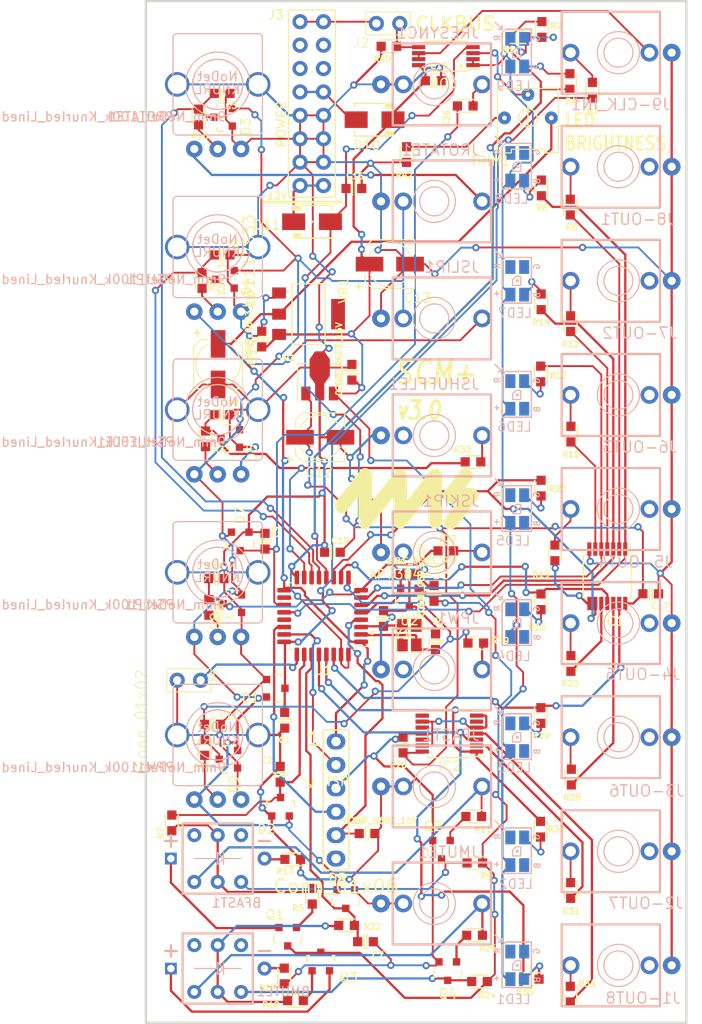
<source format=kicad_pcb>
(kicad_pcb (version 20211014) (generator pcbnew)
  (layers (0 "F.Cu" signal) (31 "B.Cu" signal) (34 "B.Paste" user) (35 "F.Paste" user) (36 "B.SilkS" user "B.Silkscreen") (37 "F.SilkS" user "F.Silkscreen") (38 "B.Mask" user) (39 "F.Mask" user) (44 "Edge.Cuts" user))
  (net 0 "")
  (net 1 "GND")
  (net 2 "+5V")
  (net 3 "Net-(J5-OUT4-Pad1)")
  (net 4 "Net-(BFAST1-Pad8)")
  (net 5 "Net-(BFAST1-Pad7)")
  (net 6 "Net-(BMUTE1-Pad2)")
  (net 7 "Net-(BMUTE1-Pad8)")
  (net 8 "Net-(BMUTE1-Pad7)")
  (net 9 "Net-(JPW1-Pad1)")
  (net 10 "Net-(JRESYNC1-Pad1)")
  (net 11 "Net-(JROTATE1-Pad1)")
  (net 12 "Net-(JSHUFFLE1-Pad1)")
  (net 13 "Net-(JSKIP1-Pad1)")
  (net 14 "Net-(JSLIP1-Pad1)")
  (net 15 "Net-(BFAST1-Pad6)")
  (net 16 "Net-(BFAST1-Pad2)")
  (net 17 "Net-(BFAST1-Pad4)")
  (net 20 "Net-(BMUTE1-Pad6)")
  (net 21 "Net-(BMUTE1-Pad4)")
  (net 24 "/UC_CLK_IN")
  (net 25 "/UC_FAST")
  (net 26 "/UC_ROTATE")
  (net 27 "Net-(C4-Pad1)")
  (net 28 "Net-(C5-Pad1)")
  (net 29 "/UC_SLIP")
  (net 30 "/UC_MUTE")
  (net 31 "/UC_SHUFFLE")
  (net 32 "/UC_SYNC")
  (net 33 "/UC_SKIP")
  (net 34 "/UC_PW")
  (net 35 "+8V")
  (net 36 "+12V")
  (net 37 "-12VA")
  (net 38 "Net-(D10-Pad2)")
  (net 39 "+3V3")
  (net 40 "/UC_OUT1")
  (net 41 "Net-(IC1-Pad2)")
  (net 42 "/UC_OUT2")
  (net 43 "Net-(IC1-Pad4)")
  (net 44 "/UC_OUT3")
  (net 45 "Net-(IC1-Pad6)")
  (net 46 "Net-(IC1-Pad8)")
  (net 47 "/UC_OUT7")
  (net 48 "Net-(IC2-Pad2)")
  (net 49 "/UC_OUT8")
  (net 50 "Net-(IC2-Pad4)")
  (net 52 "/VREF")
  (net 53 "Net-(IC3-Pad3)")
  (net 54 "Net-(IC3-Pad5)")
  (net 55 "/IN-SW")
  (net 56 "+3.3VA")
  (net 62 "Net-(J1-OUT8-Pad1)")
  (net 64 "Net-(J2-OUT7-Pad1)")
  (net 66 "Net-(J3-OUT6-Pad1)")
  (net 68 "Net-(J4-OUT5-Pad1)")
  (net 71 "Net-(J6-OUT3-Pad1)")
  (net 73 "Net-(J7-OUT2-Pad1)")
  (net 75 "Net-(J8-OUT1-Pad1)")
  (net 80 "Net-(LED1-Pad3)")
  (net 82 "Net-(LED2-Pad4)")
  (net 85 "Net-(LED3-Pad4)")
  (net 88 "Net-(LED4-Pad4)")
  (net 91 "Net-(LED5-Pad4)")
  (net 94 "Net-(LED6-Pad4)")
  (net 98 "Net-(LED7-Pad3)")
  (net 101 "Net-(LED8-Pad3)")
  (net 103 "Net-(LED9-Pad4)")
  (net 104 "Net-(LED9-Pad3)")
  (net 105 "Net-(LED9-Pad1)")
  (net 106 "Net-(Q1-Pad1)")
  (net 107 "Net-(Q2-Pad1)")
  (net 108 "Net-(Q3-Pad1)")
  (net 109 "Net-(Q4-Pad1)")
  (net 110 "/UC_LED_IN")
  (net 111 "/RESET")
  (net 112 "Net-(R42-Pad1)")
  (net 113 "Net-(D11-Pad1)")
  (net 114 "Net-(J9-CLK_IN1-Pad1)")
  (net 115 "Net-(IC1-Pad10)")
  (net 116 "Net-(IC1-Pad12)")
  (net 120 "/UC_OUT4")
  (net 121 "/UC_OUT5")
  (net 122 "/UC_OUT6")
  (net 123 "/SWDIO")
  (net 125 "/CLKBUS_PWRHDR")
  (net 126 "/FREERUN_JMP")
  (net 129 "/SWCLK")
  (net 130 "Net-(R41-Pad1)")
  (net 131 "Net-(R10-Pad1)")
  (net 132 "Net-(R33-Pad1)")
  (net 133 "Net-(R38-Pad1)")
  (net 134 "Net-(R21-Pad1)")
  (footprint "4ms_Package_SOT:SOT223" (layer "F.Cu") (at 17.660112 33.96996 -90)
    (fp_text reference "VR1")
    (fp_text value "LD1117S33")
  )
  (footprint "4ms_Resistor:R_0603" (layer "F.Cu") (at 42.86 40.46 -90)
    (fp_text reference "R17")
    (fp_text value "4.7k_0603")
  )
  (footprint "4ms_Capacitor:C_0603" (layer "F.Cu") (at 31.281624 64.276224 90)
    (fp_text reference "C18")
    (fp_text value "0.1uF_0603_16V")
  )
  (footprint "4ms_Capacitor:C_0603" (layer "F.Cu") (at 24.01 90.34)
    (fp_text reference "C24")
    (fp_text value "0.1uF_0603_16V")
  )
  (footprint "4ms_Connector:Pins_1x02_2.54mm_TH" (layer "F.Cu") (at 4.670552 73.70572 -90)
    (fp_text reference "J4")
    (fp_text value "Conn_01x02")
  )
  (footprint "4ms_Connector:Pins_2x08_2.54mm_TH" (layer "F.Cu") (at 18.01 11.12)
    (fp_text reference "J3")
    (fp_text value "POWER")
  )
  (footprint "4ms_Capacitor:C_0603" (layer "F.Cu") (at 54.8 64.32)
    (fp_text reference "C17")
    (fp_text value "0.1uF_0603_16V")
  )
  (footprint "4ms_Crystal:FA-238" (layer "F.Cu") (at 28.604464 68.811648 -90)
    (fp_text reference "Y1")
    (fp_text value "16MHz_18pF_FA238")
  )
  (footprint "4ms_Resistor:R_0603" (layer "F.Cu") (at 46.11 35 90)
    (fp_text reference "R12")
    (fp_text value "1k_0603")
  )
  (footprint "4ms_Resistor:R_0603" (layer "F.Cu") (at 46.07 107.77 90)
    (fp_text reference "R34")
    (fp_text value "1k_0603")
  )
  (footprint "4ms_Resistor:R_0603" (layer "F.Cu") (at 6.1 30.32 90)
    (fp_text reference "R21")
    (fp_text value "470R_0805_350mW")
  )
  (footprint "4ms_Resistor:R_0603" (layer "F.Cu") (at 28.3 16.65 -90)
    (fp_text reference "R42")
    (fp_text value "10k_0603")
  )
  (footprint "4ms_Capacitor:C_0603" (layer "F.Cu") (at 31.441136 69.520816 90)
    (fp_text reference "C5")
    (fp_text value "9pF_0603_50V")
  )
  (footprint "4ms_Resistor:R_0603" (layer "F.Cu") (at 21.79 100.31 180)
    (fp_text reference "R22")
    (fp_text value "470R_0805_350mW")
  )
  (footprint "4ms_Resistor:R_0603" (layer "F.Cu") (at 46.18 84.21 90)
    (fp_text reference "R28")
    (fp_text value "1k_0603")
  )
  (footprint "4ms_Package_SOT:SOT23-3_PO132" (layer "F.Cu") (at 8.59 30.19 90)
    (fp_text reference "D4")
    (fp_text value "BAT54S")
  )
  (footprint "4ms_Resistor:R_0603" (layer "F.Cu") (at 32.56 59.66 180)
    (fp_text reference "R37")
    (fp_text value "100k_0603")
  )
  (footprint "4ms_Package_SOT:SOT23-3_PO132" (layer "F.Cu") (at 32.77 105.27 180)
    (fp_text reference "Q4")
    (fp_text value "Si2318")
  )
  (footprint "4ms_Resistor:R_0603" (layer "F.Cu") (at 42.93 20.27 90)
    (fp_text reference "R8")
    (fp_text value "4.7k_0603")
  )
  (footprint "4ms_Package_SOT:SOT23-3_PO132" (layer "F.Cu") (at 32.09 92.1 180)
    (fp_text reference "Q2")
    (fp_text value "Si2318")
  )
  (footprint "4ms_Package_SOT:SOT23-3_PO132" (layer "F.Cu") (at 21.7 97.46 180)
    (fp_text reference "D5")
    (fp_text value "BAT54S")
  )
  (footprint "4ms_Capacitor:C_0603" (layer "F.Cu") (at 7.23 78.48)
    (fp_text reference "C11")
    (fp_text value "1nF_0603_50V")
  )
  (footprint "4ms_Package_SOT:SOT23-3_PO132" (layer "F.Cu") (at 28.604464 64.718184 180)
    (fp_text reference "U2")
    (fp_text value "AP7384-33")
  )
  (footprint "4ms_Resistor:R_0603" (layer "F.Cu") (at 46.14 71.88 90)
    (fp_text reference "R23")
    (fp_text value "1k_0603")
  )
  (footprint "4ms_Diode:D_SMA" (layer "F.Cu") (at 18.04 23.94)
    (fp_text reference "D11")
    (fp_text value "B140-E3")
  )
  (footprint "4ms_Package_SSOP:TSSOP-14_4.4x5mm_P0.65mm" (layer "F.Cu") (at 32.95 79.49 180)
    (fp_text reference "IC2")
    (fp_text value "40106")
  )
  (footprint "4ms_Resistor:R_0603" (layer "F.Cu") (at 41.83 106.14)
    (fp_text reference "R35")
    (fp_text value "4.7k_0603")
  )
  (footprint "4ms_Capacitor:C_0603" (layer "F.Cu") (at 20.25 59.81 180)
    (fp_text reference "C15")
    (fp_text value "0.1uF_0603_16V")
  )
  (footprint "4ms_Capacitor:C_0603" (layer "F.Cu") (at 22.58 20.33)
    (fp_text reference "C16")
    (fp_text value "0.1uF_0603_16V")
  )
  (footprint "4ms_Resistor:R_0603" (layer "F.Cu") (at 42.91 32.63 90)
    (fp_text reference "R14")
    (fp_text value "4.7k_0603")
  )
  (footprint "4ms_Resistor:R_0603" (layer "F.Cu") (at 35.68 101.38)
    (fp_text reference "R26")
    (fp_text value "100k_0603")
  )
  (footprint "4ms_Capacitor:C_0603" (layer "F.Cu") (at 8.28 27.54)
    (fp_text reference "C6")
    (fp_text value "330pF_0603_35V")
  )
  (footprint "4ms_Resistor:R_0603" (layer "F.Cu") (at 6.39 81 90)
    (fp_text reference "R41")
    (fp_text value "100k_0603")
  )
  (footprint "4ms_Resistor:R_0603" (layer "F.Cu") (at 2.82 89.18 -90)
    (fp_text reference "R7")
    (fp_text value "470R_0805_350mW")
  )
  (footprint "4ms_Resistor:R_0603" (layer "F.Cu") (at 35.71 93.53)
    (fp_text reference "R9")
    (fp_text value "10k_0603")
  )
  (footprint "4ms_Package_SOT:SOT23-3_PO132" (layer "F.Cu") (at 14.62 87.43)
    (fp_text reference "D2")
    (fp_text value "BAT54S")
  )
  (footprint "4ms_Capacitor:C_0603" (layer "F.Cu") (at 27.92 80.73 90)
    (fp_text reference "C20")
    (fp_text value "0.1uF_0603_16V")
  )
  (footprint "4ms_Resistor:R_0603" (layer "F.Cu") (at 44.4 59.88 90)
    (fp_text reference "R19")
    (fp_text value "1k_0603")
  )
  (footprint "4ms_Capacitor:C_0603" (layer "F.Cu") (at 28.459176 62.159896)
    (fp_text reference "C21")
    (fp_text value "10uF_0603_10V")
  )
  (footprint "4ms_Capacitor:C_0603" (layer "F.Cu") (at 25.797256 67.00012 90)
    (fp_text reference "C4")
    (fp_text value "9pF_0603_50V")
  )
  (footprint "4ms_Package_SSOP:TSSOP-14_4.4x5mm_P0.65mm" (layer "F.Cu") (at 50.09 62.42 -90)
    (fp_text reference "IC1")
    (fp_text value "40106")
  )
  (footprint "4ms_Capacitor:C_0603" (layer "F.Cu") (at 7.66 62.67)
    (fp_text reference "C10")
    (fp_text value "1nF_0603_50V")
  )
  (footprint "4ms_Capacitor:C_0603" (layer "F.Cu") (at 8.28 10.01)
    (fp_text reference "C3")
    (fp_text value "330pF_0603_35V")
  )
  (footprint "4ms_Capacitor:CP_Elec_5x5.3" (layer "F.Cu") (at 18.93 47.33)
    (fp_text reference "C12")
    (fp_text value "47uF_5x5.3_16V")
  )
  (footprint "4ms_Capacitor:CP_Elec_5x5.3" (layer "F.Cu") (at 7.84 39.4 -90)
    (fp_text reference "C14")
    (fp_text value "47uF_5x5.3_16V")
  )
  (footprint "4ms_Resistor:R_0603" (layer "F.Cu") (at 40.39 3.89)
    (fp_text reference "R1")
    (fp_text value "4.7k_0603")
  )
  (footprint "4ms_Potentiometer:Pot_Trim_7x6.6mm_T73YE" (layer "F.Cu") (at 41.47 12.67)
    (fp_text reference "TRIM1")
    (fp_text value "TrimPot_T73YEt_10k")
  )
  (footprint "4ms_Connector:Pins_1x06_2.54mm_TH_SWD" (layer "F.Cu") (at 20.638008 86.70544)
    (fp_text reference "J1" hide)
    (fp_text value "Conn_01x06")
  )
  (footprint "4ms_Resistor:R_0603" (layer "F.Cu") (at 16.24 108.47 180)
    (fp_text reference "R18")
    (fp_text value "100k_0603")
  )
  (footprint "4ms_Resistor:R_0603" (layer "F.Cu") (at 35.59 88.49)
    (fp_text reference "R11")
    (fp_text value "100k_0603")
  )
  (footprint "4ms_Resistor:R_0603" (layer "F.Cu") (at 6.84 65.79 90)
    (fp_text reference "R38")
    (fp_text value "100k_0603")
  )
  (footprint "4ms_Capacitor:C_0603" (layer "F.Cu") (at 22.365208 40.27424 90)
    (fp_text reference "C23")
    (fp_text value "0.1uF_0603_16V")
  )
  (footprint "4ms_Resistor:R_0603" (layer "F.Cu") (at 34.67 11.37 180)
    (fp_text reference "R36")
    (fp_text value "470R_0805_350mW")
  )
  (footprint "4ms_Package_SSOP:TSSOP-8_4.4x3mm_Pitch0.65mm" (layer "F.Cu") (at 32.56 5.97 180)
    (fp_text reference "IC3")
    (fp_text value "TL082")
  )
  (footprint "4ms_Resistor:R_0603" (layer "F.Cu") (at 46.03 8.72 90)
    (fp_text reference "R4")
    (fp_text value "10k_0603")
  )
  (footprint "4ms_Capacitor:C_0603" (layer "F.Cu") (at 12.579096 36.669472 90)
    (fp_text reference "C22")
    (fp_text value "0.1uF_0603_16V")
  )
  (footprint "4ms_Package_SOT:SOT23-3_PO132" (layer "F.Cu") (at 8.38 12.6 90)
    (fp_text reference "D3")
    (fp_text value "BAT54S")
  )
  (footprint "4ms_Resistor:R_0603" (layer "F.Cu") (at 6.47 47.5 90)
    (fp_text reference "R33")
    (fp_text value "100k_0603")
  )
  (footprint "4ms_Resistor:R_0603" (layer "F.Cu") (at 42.89 65.19 -90)
    (fp_text reference "R25")
    (fp_text value "4.7k_0603")
  )
  (footprint "4ms_Resistor:R_0603" (layer "F.Cu") (at 42.9 52.85 -90)
    (fp_text reference "R20")
    (fp_text value "4.7k_0603")
  )
  (footprint "4ms_Package_SOT:SOT23-3_PO132" (layer "F.Cu") (at 15.4 101.54 180)
    (fp_text reference "Q1")
    (fp_text value "Si2318")
  )
  (footprint "4ms_Symbol:4msLogo_15.5x6.6mm" (layer "F.Cu") (at 28.32 53.96)
    (fp_text reference "LOGO1" hide)
    (fp_text value "LOGO" hide)
  )
  (footprint "4ms_Package_SOT:SOT89-3" (layer "F.Cu") (at 18.87 41.1 90)
    (fp_text reference "VR2")
    (fp_text value "UA78L08")
  )
  (footprint "4ms_Resistor:R_0603" (layer "F.Cu") (at 46.11 96.52 90)
    (fp_text reference "R31")
    (fp_text value "1k_0603")
  )
  (footprint "4ms_Resistor:R_0603" (layer "F.Cu") (at 15.94 93.14 180)
    (fp_text reference "R13")
    (fp_text value "470R_0805_350mW")
  )
  (footprint "4ms_Resistor:R_0603" (layer "F.Cu") (at 26.39 4.9 180)
    (fp_text reference "R40")
    (fp_text value "470k_0603")
  )
  (footprint "4ms_Resistor:R_0603" (layer "F.Cu") (at 42.84 89.87 -90)
    (fp_text reference "R32")
    (fp_text value "4.7k_0603")
  )
  (footprint "4ms_Diode:D_SMA" (layer "F.Cu") (at 24.82596 12.86256 180)
    (fp_text reference "D10")
    (fp_text value "B140-E3")
  )
  (footprint "4ms_Capacitor:CP_Elec_5x5.3" (layer "F.Cu") (at 26.48 28.54)
    (fp_text reference "C13")
    (fp_text value "47uF_5x5.3_16V")
  )
  (footprint "4ms_Package_SOT:SOT23-3_PO132" (layer "F.Cu") (at 9.16 47.46 90)
    (fp_text reference "D6")
    (fp_text value "BAT54S")
  )
  (footprint "4ms_Resistor:R_0603" (layer "F.Cu") (at 5.72 12.57 90)
    (fp_text reference "R10")
    (fp_text value "470R_0805_350mW")
  )
  (footprint "4ms_Resistor:R_0603" (layer "F.Cu") (at 42.88 77.53 -90)
    (fp_text reference "R29")
    (fp_text value "4.7k_0603")
  )
  (footprint "4ms_Resistor:R_0603" (layer "F.Cu") (at 15.02 105.8 90)
    (fp_text reference "R27")
    (fp_text value "470R_0805_350mW")
  )
  (footprint "4ms_Capacitor:C_0603" (layer "F.Cu") (at 14.58 83.91 90)
    (fp_text reference "C2")
    (fp_text value "1nF_0603_50V")
  )
  (footprint "4ms_Capacitor:C_0603" (layer "F.Cu") (at 8.26 44.89)
    (fp_text reference "C8")
    (fp_text value "1nF_0603_50V")
  )
  (footprint "4ms_Package_SOT:SOT23-3_PO132" (layer "F.Cu") (at 14.1 74.57 -90)
    (fp_text reference "D1")
    (fp_text value "BAT54S")
  )
  (footprint "4ms_Resistor:R_0603" (layer "F.Cu") (at 36.22 106.4)
    (fp_text reference "R24")
    (fp_text value "10k_0603")
  )
  (footprint "4ms_Resistor:R_0603" (layer "F.Cu") (at 46.14 46.99 90)
    (fp_text reference "R15")
    (fp_text value "1k_0603")
  )
  (footprint "4ms_Connector:Pins_1x02_2.54mm_TH" (layer "F.Cu") (at 26.29 2.42 -90)
    (fp_text reference "J2")
    (fp_text value "Conn_01x02")
  )
  (footprint "4ms_Package_SOT:SOT23-3_PO132" (layer "F.Cu") (at 10.24 58.63 180)
    (fp_text reference "D7")
    (fp_text value "BAT54S")
  )
  (footprint "4ms_Resistor:R_0603" (layer "F.Cu") (at 35.810952 69.668136 180)
    (fp_text reference "R39")
    (fp_text value "100k_0603")
  )
  (footprint "4ms_Package_SOT:SOT23-3_PO132" (layer "F.Cu") (at 8.96 82.27 90)
    (fp_text reference "D9")
    (fp_text value "BAT54S")
  )
  (footprint "4ms_Resistor:R_0603" (layer "F.Cu") (at 48.47 9.66 -90)
    (fp_text reference "R3")
    (fp_text value "470R_0805_350mW")
  )
  (footprint "4ms_Resistor:R_0603" (layer "F.Cu") (at 46.07 22.35 90)
    (fp_text reference "R6")
    (fp_text value "1k_0603")
  )
  (footprint "4ms_Capacitor:C_0603" (layer "F.Cu") (at 12.94 58.61 90)
    (fp_text reference "C9")
    (fp_text value "1nF_0603_50V")
  )
  (footprint "4ms_Capacitor:C_0603" (layer "F.Cu") (at 23.84 102.08)
    (fp_text reference "C7")
    (fp_text value "1nF_0603_50V")
  )
  (footprint "Package_QFP:LQFP-32_7x7mm_P0.8mm" (layer "F.Cu") (at 19.19 66.73 180)
    (fp_text reference "U1")
    (fp_text value "STM32F030K6Tx")
  )
  (footprint "4ms_Resistor:R_0603" (layer "F.Cu") (at 18.06 97.14 90)
    (fp_text reference "R5")
    (fp_text value "100k_0603")
  )
  (footprint "4ms_Capacitor:C_0603" (layer "F.Cu") (at 15.07 78.05 -90)
    (fp_text reference "C1")
    (fp_text value "330pF_0603_35V")
  )
  (footprint "4ms_Resistor:R_0603" (layer "F.Cu") (at 35.51 50 180)
    (fp_text reference "R30")
    (fp_text value "100k_0603")
  )
  (footprint "4ms_Capacitor:C_0603" (layer "F.Cu") (at 31.194248 8.639048)
    (fp_text reference "C19")
    (fp_text value "0.1uF_0603_16V")
  )
  (footprint "4ms_Package_SOT:SOT23-3_PO132" (layer "F.Cu") (at 9.39 65.39 90)
    (fp_text reference "D8")
    (fp_text value "BAT54S")
  )
  (footprint "4ms_Resistor:R_0603" (layer "F.Cu") (at 42.99 3.07 -90)
    (fp_text reference "R2")
    (fp_text value "4.7k_0603")
  )
  (footprint "4ms_Package_SOT:SOT23-3_PO132" (layer "F.Cu") (at 18.99 104.23)
    (fp_text reference "Q3")
    (fp_text value "Si2318")
  )
  (footprint "4ms_Jack:EighthInch_PJ398SM" (layer "B.Cu") (at 51.308 17.9705)
    (fp_text reference "J8-OUT1")
    (fp_text value "JACK-MONO-SWB" hide)
  )
  (footprint "4ms_Switch:Button_LED_PB61303" (layer "B.Cu") (at 7.7978 93.0529 180)
    (fp_text reference "BFAST1")
    (fp_text value "Button_DPDT_Orange_Latching")
  )
  (footprint "4ms_Jack:EighthInch_PJ398SM" (layer "B.Cu") (at 31.2928 9.0297 180)
    (fp_text reference "JRESYNC1")
    (fp_text value "JRESYNC" hide)
  )
  (footprint "4ms_Jack:EighthInch_PJ398SM" (layer "B.Cu") (at 31.2928 34.4297 180)
    (fp_text reference "JSLIP1")
    (fp_text value "JSLIP" hide)
  )
  (footprint "4ms_Potentiometer:Pot_9mm_Knurl_NoDet" (layer "B.Cu") (at 7.7978 44.3357)
    (fp_text reference "PSHUFFLE1")
    (fp_text value "9mm_NoDet_100k_Knurled_Lined")
  )
  (footprint "4ms_LED:LED_PLCC-4" (layer "B.Cu") (at 40.31742 92.2655 -90)
    (fp_text reference "LED2")
    (fp_text value "GREEN")
  )
  (footprint "4ms_Jack:EighthInch_PJ398SM" (layer "B.Cu") (at 51.308 30.353)
    (fp_text reference "J7-OUT2")
    (fp_text value "JACK-MONO-SWB" hide)
  )
  (footprint "4ms_Jack:EighthInch_PJ398SM" (layer "B.Cu") (at 51.308 42.7355)
    (fp_text reference "J6-OUT3")
    (fp_text value "JACK-MONO-SWB" hide)
  )
  (footprint "4ms_Potentiometer:Pot_9mm_Knurl_NoDet" (layer "B.Cu") (at 7.7978 26.6827)
    (fp_text reference "PSLIP1")
    (fp_text value "9mm_NoDet_100k_Knurled_Lined")
  )
  (footprint "4ms_Potentiometer:Pot_9mm_Knurl_NoDet" (layer "B.Cu") (at 7.7978 79.6417)
    (fp_text reference "PPW1")
    (fp_text value "9mm_NoDet_100k_Knurled_Lined")
  )
  (footprint "4ms_Jack:EighthInch_PJ398SM" (layer "B.Cu") (at 51.308 104.648)
    (fp_text reference "J1-OUT8")
    (fp_text value "JACK-MONO-SWB" hide)
  )
  (footprint "4ms_Jack:EighthInch_PJ398SM" (layer "B.Cu") (at 31.2928 72.5297 180)
    (fp_text reference "JPW1")
    (fp_text value "JPW" hide)
  )
  (footprint "4ms_Jack:EighthInch_PJ398SM" (layer "B.Cu") (at 31.2928 97.9297 180)
    (fp_text reference "JMUTE1")
    (fp_text value "3.5mm_Stereo_SymSmall_0.05" hide)
  )
  (footprint "4ms_Switch:Button_LED_PB61303" (layer "B.Cu") (at 7.7978 104.9909 180)
    (fp_text reference "BMUTE1")
    (fp_text value "Button_DPDT_Orange_Latching")
  )
  (footprint "4ms_Jack:EighthInch_PJ398SM" (layer "B.Cu") (at 51.308 5.588)
    (fp_text reference "J9-CLK_IN1")
    (fp_text value "JCLK_IN" hide)
  )
  (footprint "4ms_Jack:EighthInch_PJ398SM" (layer "B.Cu") (at 31.2928 59.8297 180)
    (fp_text reference "JSKIP1")
    (fp_text value "JSKIP" hide)
  )
  (footprint "4ms_Jack:EighthInch_PJ398SM" (layer "B.Cu") (at 51.308 92.2655)
    (fp_text reference "J2-OUT7")
    (fp_text value "JACK-MONO-SWB" hide)
  )
  (footprint "4ms_Jack:EighthInch_PJ398SM" (layer "B.Cu") (at 51.308 67.5005)
    (fp_text reference "J4-OUT5")
    (fp_text value "JACK-MONO-SWB" hide)
  )
  (footprint "4ms_Jack:EighthInch_PJ398SM" (layer "B.Cu") (at 31.2928 47.1297 180)
    (fp_text reference "JSHUFFLE1")
    (fp_text value "JSHUFFLE" hide)
  )
  (footprint "4ms_Jack:EighthInch_PJ398SM" (layer "B.Cu") (at 31.2928 85.2297 180)
    (fp_text reference "JFAST1")
    (fp_text value "3.5mm_Stereo_SymSmall_0.05" hide)
  )
  (footprint "4ms_LED:LED_PLCC-4" (layer "B.Cu") (at 40.31742 42.7355 -90)
    (fp_text reference "LED6")
    (fp_text value "GREEN")
  )
  (footprint "4ms_Potentiometer:Pot_9mm_Knurl_NoDet" (layer "B.Cu") (at 7.7978 61.9887)
    (fp_text reference "PSKIP1")
    (fp_text value "9mm_NoDet_100k_Knurled_Lined")
  )
  (footprint "4ms_LED:LED_PLCC-4" (layer "B.Cu") (at 40.31742 5.588 -90)
    (fp_text reference "LED9")
    (fp_text value "WHITE")
  )
  (footprint "4ms_Potentiometer:Pot_9mm_Knurl_NoDet" (layer "B.Cu") (at 7.7978 9.0297)
    (fp_text reference "PROTATE1")
    (fp_text value "9mm_NoDet_100k_Knurled_Lined")
  )
  (footprint "4ms_LED:LED_PLCC-4" (layer "B.Cu") (at 40.31742 30.353 -90)
    (fp_text reference "LED7")
    (fp_text value "BLUE")
  )
  (footprint "4ms_LED:LED_PLCC-4" (layer "B.Cu") (at 40.31742 67.5005 -90)
    (fp_text reference "LED4")
    (fp_text value "GREEN")
  )
  (footprint "4ms_Jack:EighthInch_PJ398SM" (layer "B.Cu") (at 51.308 79.883)
    (fp_text reference "J3-OUT6")
    (fp_text value "JACK-MONO-SWB" hide)
  )
  (footprint "4ms_LED:LED_PLCC-4" (layer "B.Cu") (at 40.31742 17.9705 -90)
    (fp_text reference "LED8")
    (fp_text value "BLUE")
  )
  (footprint "4ms_LED:LED_PLCC-4" (layer "B.Cu") (at 40.31742 55.118 -90)
    (fp_text reference "LED5")
    (fp_text value "GREEN")
  )
  (footprint "4ms_LED:LED_PLCC-4" (layer "B.Cu") (at 40.31742 79.883 -90)
    (fp_text reference "LED3")
    (fp_text value "GREEN")
  )
  (footprint "4ms_Jack:EighthInch_PJ398SM" (layer "B.Cu") (at 51.308 55.118)
    (fp_text reference "J5-OUT4")
    (fp_text value "JACK-MONO-SWB" hide)
  )
  (footprint "4ms_Jack:EighthInch_PJ398SM" (layer "B.Cu") (at 31.2928 21.7297 180)
    (fp_text reference "JROTATE1")
    (fp_text value "JROTATE" hide)
  )
  (footprint "4ms_LED:LED_PLCC-4" (layer "B.Cu") (at 40.31742 104.648 -90)
    (fp_text reference "LED1")
    (fp_text value "BLUE")
  )
  (gr_line (start 16.81 84.22) (end 18.09 85.25) (layer "F.SilkS") (width 0.15))
  (gr_line (start 12.73 21.81) (end 21.281326 21.81222) (layer "F.SilkS") (width 0.3))
  (gr_line (start 18.09 85.25) (end 17.33 85.39) (layer "F.SilkS") (width 0.15))
  (gr_line (start 18.09 85.25) (end 18.11 84.39) (layer "F.SilkS") (width 0.15))
  (gr_line (start 58.674 0) (end 58.674 110.871) (layer "Edge.Cuts") (width 0.254))
  (gr_line (start 58.674 110.871) (end 0 110.871) (layer "Edge.Cuts") (width 0.254))
  (gr_line (start 0 0) (end 58.674 0) (layer "Edge.Cuts") (width 0.254))
  (gr_line (start 0 110.871) (end 0 0) (layer "Edge.Cuts") (width 0.254))
  (gr_text "-12V" (at 13.77 21.13) (layer "F.SilkS") (effects (font (size 0.762 0.762))))
  (gr_text "CLKBUS" (at 33.58 2.45) (layer "F.SilkS") (effects (font (size 1.5 1.5) (thickness 0.25))))
  (gr_text "SCM+" (at 26.92 40.35) (layer "F.SilkS") (effects (font (size 2.5 2) (thickness 0.35) italic) (justify left)))
  (gr_text "v3.0" (at 27.05 44.42) (layer "F.SilkS") (effects (font (size 2 1.5) (thickness 0.35) italic) (justify left)))
  (gr_text "ISP" (at 20.85 84.67) (layer "F.SilkS") (effects (font (size 1 1))))
  (gr_text "POWER" (at 14.7 13.36 90) (layer "F.SilkS") (effects (font (size 1 1))))
  (gr_text "LED\nBRIGHTNESS" (at 45.32 14.22) (layer "F.SilkS") (effects (font (size 1.5 1.2) (thickness 0.25)) (justify left)))
  (segment (start 25.527 55.027) (end 22.34 51.84) (width 0.2032) (layer "F.Cu") (net 1))
  (segment (start 13.09924 73.62) (end 12.94 73.62) (width 0.2032) (layer "F.Cu") (net 1))
  (segment (start 11.894312 48.37684) (end 10.19392 48.37684) (width 0.25) (layer "F.Cu") (net 1))
  (segment (start 28.170748 66.15012) (end 28.604464 65.716404) (width 0.25) (layer "F.Cu") (net 1))
  (segment (start 55.65 62.29) (end 55.65 64.32) (width 0.2032) (layer "F.Cu") (net 1))
  (segment (start 9.96076 86.277066) (end 10.337637 86.653943) (width 0.2032) (layer "F.Cu") (net 1))
  (segment (start 21.19 70.905) (end 21.19 69.295568) (width 0.2032) (layer "F.Cu") (net 1))
  (segment (start 16.74 17.47) (end 14.214487 19.995513) (width 0.2032) (layer "F.Cu") (net 1))
  (segment (start 16.75952 39.7665) (end 12.192163 44.333857) (width 0.2032) (layer "F.Cu") (net 1))
  (segment (start 36.949511 77.614511) (end 36.949511 78.739511) (width 0.25) (layer "F.Cu") (net 1))
  (segment (start 25.527 89.673) (end 24.86 90.34) (width 0.2032) (layer "F.Cu") (net 1))
  (segment (start 11.19 57.62924) (end 10.58675 57.62924) (width 0.2032) (layer "F.Cu") (net 1))
  (segment (start 57.0738 104.648) (end 57.0738 92.2655) (width 0.25) (layer "F.Cu") (net 1))
  (segment (start 32.044248 7.410312) (end 31.87192 7.237984) (width 0.25) (layer "F.Cu") (net 1))
  (segment (start 19.617528 37.685472) (end 18.87 38.433) (width 0.2032) (layer "F.Cu") (net 1))
  (segment (start 8.889599 30.438839) (end 9.59076 31.14) (width 0.2032) (layer "F.Cu") (net 1))
  (segment (start 27.306984 79.88) (end 27.080464 80.10652) (width 0.25) (layer "F.Cu") (net 1))
  (segment (start 30.3 28.54) (end 31.37 29.61) (width 0.2032) (layer "F.Cu") (net 1))
  (segment (start 16.74 17.47) (end 18.117312 18.847312) (width 0.2032) (layer "F.Cu") (net 1))
  (segment (start 28.4703 85.2297) (end 29.34 84.36) (width 0.25) (layer "F.Cu") (net 1))
  (segment (start 13.67 90.02) (end 13.67 89.21) (width 0.25) (layer "F.Cu") (net 1))
  (segment (start 31.76 78.19) (end 31.79 78.16) (width 0.2032) (layer "F.Cu") (net 1))
  (segment (start 16.79 93.14) (end 16.79 94.59) (width 0.25) (layer "F.Cu") (net 1))
  (segment (start 21.13 48.5) (end 21.13 47.33) (width 0.2032) (layer "F.Cu") (net 1))
  (segment (start 10.39076 66.007508) (end 8.51 64.126748) (width 0.2032) (layer "F.Cu") (net 1))
  (segment (start 25.527 85.2297) (end 25.527 89.673) (width 0.2032) (layer "F.Cu") (net 1))
  (segment (start 31.441136 67.903026) (end 31.441136 68.670816) (width 0.25) (layer "F.Cu") (net 1))
  (segment (start 18.87 39.7665) (end 22.022948 39.7665) (width 0.2032) (layer "F.Cu") (net 1))
  (segment (start 25.54 6.13) (end 22.57 9.1) (width 0.25) (layer "F.Cu") (net 1))
  (segment (start 21.19 71.93) (end 21.6 72.34) (width 0.2032) (layer "F.Cu") (net 1))
  (segment (start 28.31 79.49) (end 30 79.49) (width 0.2032) (layer "F.Cu") (net 1))
  (segment (start 31.09 80.6282) (end 31.09 79.3282) (width 0.2032) (layer "F.Cu") (net 1))
  (segment (start 24.12046 97.9297) (end 22.65 96.45924) (width 0.2032) (layer "F.Cu") (net 1))
  (segment (start 25.527 31.693) (end 28.68 28.54) (width 0.2032) (layer "F.Cu") (net 1))
  (segment (start 12.94 73.62) (end 8.08 78.48) (width 0.2032) (layer "F.Cu") (net 1))
  (segment (start 21.99 72.28) (end 21.99 70.905) (width 0.2032) (layer "F.Cu") (net 1))
  (segment (start 8.08 78.48) (end 8.08 79.58) (width 0.2032) (layer "F.Cu") (net 1))
  (segment (start 47.4 26.73) (end 35.84 26.73) (width 0.2032) (layer "F.Cu") (net 1))
  (segment (start 16.74 14.93) (end 11.44958 14.93) (width 0.2032) (layer "F.Cu") (net 1))
  (segment (start 13.19 53.77) (end 18.754112 53.77) (width 0.25) (layer "F.Cu") (net 1))
  (segment (start 30.949022 80.79) (end 30 80.79) (width 0.25) (layer "F.Cu") (net 1))
  (segment (start 12.192163 79.639857) (end 14.330143 79.639857) (width 0.25) (layer "F.Cu") (net 1))
  (segment (start 9.96076 83.22) (end 9.96076 86.277066) (width 0.2032) (layer "F.Cu") (net 1))
  (segment (start 8.08 80.73599) (end 9.96076 82.61675) (width 0.2032) (layer "F.Cu") (net 1))
  (segment (start 12.80924 57.62924) (end 12.94 57.76) (width 0.2032) (layer "F.Cu") (net 1))
  (segment (start 28.68 28.54) (end 27.15 27.01) (width 0.2032) (layer "F.Cu") (net 1))
  (segment (start 18.754112 53.77) (end 19.13636 53.387752) (width 0.25) (layer "F.Cu") (net 1))
  (segment (start 13.67 88.43076) (end 13.507872 88.43076) (width 0.25) (layer "F.Cu") (net 1))
  (segment (start 7.84 41.6) (end 9.454294 41.6) (width 0.2032) (layer "F.Cu") (net 1))
  (segment (start 8.08 79.58) (end 8.016457 79.643543) (width 0.2032) (layer "F.Cu") (net 1))
  (segment (start 35.9 77.54) (end 36.875 77.54) (width 0.25) (layer "F.Cu") (net 1))
  (segment (start 14.58 83.06) (end 12.458192 85.181808) (width 0.25) (layer "F.Cu") (net 1))
  (segment (start 8.889599 27.780401) (end 8.889599 30.438839) (width 0.2032) (layer "F.Cu") (net 1))
  (segment (start 15.07 78.9) (end 14.58 79.39) (width 0.25) (layer "F.Cu") (net 1))
  (segment (start 6.14098 41.6) (end 7.84 41.6) (width 0.2032) (layer "F.Cu") (net 1))
  (segment (start 24.69 102.08) (end 26.59 103.98) (width 0.2032) (layer "F.Cu") (net 1))
  (segment (start 13.928968 32.201104) (end 14.460112 31.66996) (width 0.2032) (layer "F.Cu") (net 1))
  (segment (start 31.14 103.6525) (end 31.14 91.1625) (width 0.2032) (layer "F.Cu") (net 1))
  (segment (start 25.527 97.9297) (end 27.94 97.9297) (width 0.2032) (layer "F.Cu") (net 1))
  (segment (start 34.43 78.14) (end 35.13 78.84) (width 0.2032) (layer "F.Cu") (net 1))
  (segment (start 27.92 79.88) (end 28.31 79.49) (width 0.2032) (layer "F.Cu") (net 1))
  (segment (start 10.337637 70.858397) (end 13.09924 73.62) (width 0.2032) (layer "F.Cu") (net 1))
  (segment (start 22.65 96.45924) (end 22.65 95.861052) (width 0.2032) (layer "F.Cu") (net 1))
  (segment (start 8.496808 59.719182) (end 8.496808 61.469016) (width 0.2032) (layer "F.Cu") (net 1))
  (segment (start 9.38076 13.55) (end 9.38076 15.085066) (width 0.2032) (layer "F.Cu") (net 1))
  (segment (start 16.74 17.47) (end 19.28 17.47) (width 0.2032) (layer "F.Cu") (net 1))
  (segment (start 11.33638 27.54) (end 12.191837 26.684543) (width 0.2032) (layer "F.Cu") (net 1))
  (segment (start 12.579096 35.047936) (end 12.818872 34.80816) (width 0.2032) (layer "F.Cu") (net 1))
  (segment (start 9.96076 82.61675) (end 9.96076 83.22) (width 0.2032) (layer "F.Cu") (net 1))
  (segment (start 14.58 79.39) (end 14.58 83.06) (width 0.25) (layer "F.Cu") (net 1))
  (segment (start 3.400552 73.70572) (end 3.400552 79.640658) (width 0.2032) (layer "F.Cu") (net 1))
  (segment (start 25.527 34.4297) (end 25.527 31.693) (width 0.2032) (layer "F.Cu") (net 1))
  (segment (start 9.454294 41.6) (end 12.191837 44.337543) (width 0.2032) (layer "F.Cu") (net 1))
  (segment (start 10.39076 68.94782) (end 10.337637 69.000943) (width 0.2032) (layer "F.Cu") (net 1))
  (segment (start 11.19 55.77) (end 13.19 53.77) (width 0.25) (layer "F.Cu") (net 1))
  (segment (start 16.74 14.93) (end 16.74 17.47) (width 0.2032) (layer "F.Cu") (net 1))
  (segment (start 30.575504 63.426224) (end 29.309176 62.159896) (width 0.25) (layer "F.Cu") (net 1))
  (segment (start 29.254514 65.716404) (end 31.441136 67.903026) (width 0.25) (layer "F.Cu") (net 1))
  (segment (start 16.39 62.555) (end 15.835376 62.000376) (width 0.25) (layer "F.Cu") (net 1))
  (segment (start 19.4 59.81) (end 19.4 53.651392) (width 0.25) (layer "F.Cu") (net 1))
  (segment (start 8.679599 10.460401) (end 8.679599 12.848839) (width 0.2032) (layer "F.Cu") (net 1))
  (segment (start 18.87 39.7665) (end 16.75952 39.7665) (width 0.2032) (layer "F.Cu") (net 1))
  (segment (start 10.39076 66.34) (end 10.39076 68.94782) (width 0.2032) (layer "F.Cu") (net 1))
  (segment (start 19.28 17.47) (end 19.28 14.93) (width 0.2032) (layer "F.Cu") (net 1))
  (segment (start 15.835376 62.000376) (end 15.835376 61.347096) (width 0.25) (layer "F.Cu") (net 1))
  (segment (start 31.14 91.1625) (end 31.14 86.16) (width 0.25) (layer "F.Cu") (net 1))
  (segment (start 57.0738 55.118) (end 57.0738 60.8662) (width 0.25) (layer "F.Cu") (net 1))
  (segment (start 28.04 83.06) (end 25.8846 83.06) (width 0.25) (layer "F.Cu") (net 1))
  (segment (start 13.507872 88.43076) (end 12.632944 87.555832) (width 0.25) (layer "F.Cu") (net 1))
  (segment (start 16.79 93.14) (end 13.67 90.02) (width 0.25) (layer "F.Cu") (net 1))
  (segment (start 31.82 104.3325) (end 31.14 103.6525) (width 0.2032) (layer "F.Cu") (net 1))
  (segment (start 9.662457 44.337543) (end 12.191837 44.337543) (width 0.2032) (layer "F.Cu") (net 1))
  (segment (start 31.09 79.3282) (end 30.9282 79.49) (width 0.2032) (layer "F.Cu") (net 1))
  (segment (start 31.281624 63.426224) (end 30.575504 63.426224) (width 0.25) (layer "F.Cu") (net 1))
  (segment (start 8.679599 12.848839) (end 9.38076 13.55) (width 0.2032) (layer "F.Cu") (net 1))
  (segment (start 8.51 64.126748) (end 8.51 62.67) (width 0.2032) (layer "F.Cu") (net 1))
  (segment (start 9.13 10.01) (end 8.679599 10.460401) (width 0.2032) (layer "F.Cu") (net 1))
  (segment (start 25.527 59.8297) (end 25.527 55.027) (width 0.2032) (layer "F.Cu") (net 1))
  (segment (start 23.43 18.56) (end 24.39 17.6) (width 0.25) (layer "F.Cu") (net 1))
  (segment (start 30 78.19) (end 30.9282 78.19) (width 0.2032) (layer "F.Cu") (net 1))
  (segment (start 19.38 49.94) (end 18.87 49.43) (width 0.25) (layer "F.Cu") (net 1))
  (segment (start 9.11 44.89) (end 9.662457 44.337543) (width 0.2032) (layer "F.Cu") (net 1))
  (segment (start 23.43 20.33) (end 23.43 18.56) (width 0.25) (layer "F.Cu") (net 1))
  (segment (start 35.84 26.73) (end 35.82 26.75) (width 0.2032) (layer "F.Cu") (net 1))
  (segment (start 28.3 17.5) (end 24.49 17.5) (width 0.2032) (layer "F.Cu") (net 1))
  (segment (start 18.87 49.43) (end 18.87 47.33) (width 0.25) (layer "F.Cu") (net 1))
  (segment (start 8.08 78.48) (end 8.08 80.73599) (width 0.2032) (layer "F.Cu") (net 1))
  (segment (start 11.259312 36.336224) (end 12.062344 36.336224) (width 0.2032) (layer "F.Cu") (net 1))
  (segment (start 30.9282 78.19) (end 31.09 78.3518) (width 0.2032) (layer "F.Cu") (net 1))
  (segment (start 25.21 90.69) (end 25.21 92.201052) (width 0.2032) (layer "F.Cu") (net 1))
  (segment (start 12.458192 85.181808) (end 12.458192 85.822536) (width 0.25) (layer "F.Cu") (net 1))
  (segment (start 36.875 77.54) (end 36.949511 77.614511) (width 0.25) (layer "F.Cu") (net 1))
  (segment (start 32.044248 8.639048) (end 32.044248 7.410312) (width 0.25) (layer "F.Cu") (net 1))
  (segment (start 55.84 62.1) (end 57.0738 63.3338) (width 0.2032) (layer "F.Cu") (net 1))
  (segment (start 18.817336 30.77464) (end 18.817336 35.3822) (width 0.2032) (layer "F.Cu") (net 1))
  (segment (start 16.57 105.32) (end 15.24 106.65) (width 0.2032) (layer "F.Cu") (net 1))
  (segment (start 13.033248 32.201104) (end 13.928968 32.201104) (width 0.2032) (layer "F.Cu") (net 1))
  (segment (start 21.19 69.295568) (end 16.477488 64.583056) (width 0.2032) (layer "F.Cu") (net 1))
  (segment (start 29.34 84.36) (end 28.04 83.06) (width 0.25) (layer "F.Cu") (net 1))
  (segment (start 25.8846 83.06) (end 24.753824 81.929224) (width 0.25) (layer "F.Cu") (net 1))
  (segment (start 25.527 97.9297) (end 24.12046 97.9297) (width 0.2032) (layer "F.Cu") (net 1))
  (segment (start 16.79 94.59) (end 16.8 94.6) (width 0.25) (layer "F.Cu") (net 1))
  (segment (start 30.9282 79.49) (end 30 79.49) (width 0.2032) (layer "F.Cu") (net 1))
  (segment (start 20.2184 29.373576) (end 18.817336 30.77464) (width 0.2032) (layer "F.Cu") (net 1))
  (segment (start 26.717865 66.851865) (end 26.499001 66.851865) (width 0.25) (layer "F.Cu") (net 1))
  (segment (start 3.400552 79.640658) (end 3.403437 79.643543) (width 0.2032) (layer "F.Cu") (net 1))
  (segment (start 10.58675 57.62924) (end 8.496808 59.719182) (width 0.2032) (layer "F.Cu") (net 1))
  (segment (start 26.59 103.98) (end 26.59 104.64) (width 0.2032) (layer "F.Cu") (net 1))
  (segment (start 30.42 104.67) (end 31.4825 104.67) (width 0.2032) (layer "F.Cu") (net 1))
  (segment (start 27.92 79.88) (end 27.306984 79.88) (width 0.25) (layer "F.Cu") (net 1))
  (segment (start 22.65 95.861052) (end 22.1 95.311052) (width 0.2032) (layer "F.Cu") (net 1))
  (segment (start 27.15 27.01) (end 25.19 27.01) (width 0.2032) (layer "F.Cu") (net 1))
  (segment (start 21.93 72.34) (end 21.99 72.28) (width 0.2032) (layer "F.Cu") (net 1))
  (segment (start 22.022948 39.7665) (end 22.365208 39.42424) (width 0.2032) (layer "F.Cu") (net 1))
  (segment (start 31.09 78.3518) (end 31.09 79.3282) (width 0.2032) (layer "F.Cu") (net 1))
  (segment (start 10.337637 69.000943) (end 10.337637 70.858397) (width 0.2032) (layer "F.Cu") (net 1))
  (segment (start 13.67 89.21) (end 13.67 88.43076) (width 0.25) (layer "F.Cu") (net 1))
  (segment (start 36.849022 78.84) (end 35.9 78.84) (width 0.25) (layer "F.Cu") (net 1))
  (segment (start 11.44958 14.93) (end 10.337637 16.041943) (width 0.2032) (layer "F.Cu") (net 1))
  (segment (start 36.949511 78.739511) (end 36.849022 78.84) (width 0.25) (layer "F.Cu") (net 1))
  (segment (start 48.14 59.47) (end 48.14 60.71696) (width 0.2032) (layer "F.Cu") (net 1))
  (segment (start 12.062344 36.336224) (end 12.579096 35.819472) (width 0.2032) (layer "F.Cu") (net 1))
  (segment (start 14.330143 79.639857) (end 15.07 78.9) (width 0.25) (layer "F.Cu") (net 1))
  (segment (start 21.19 70.905) (end 21.19 71.93) (width 0.2032) (layer "F.Cu") (net 1))
  (segment (start 30 78.19) (end 31.76 78.19) (width 0.2032) (layer "F.Cu") (net 1))
  (segment (start 48.14 60.71696) (end 48.23152 60.80848) (width 0.2032) (layer "F.Cu") (net 1))
  (segment (start 21.13 47.33) (end 18.87 47.33) (width 0.25) (layer "F.Cu") (net 1))
  (segment (start 24.86 90.34) (end 25.21 90.69) (width 0.2032) (layer "F.Cu") (net 1))
  (segment (start 29.789744 61.679328) (end 29.309176 62.159896) (width 0.2032) (layer "F.Cu") (net 1))
  (segment (start 9.13 27.54) (end 8.889599 27.780401) (width 0.2032) (layer "F.Cu") (net 1))
  (segment (start 3.403437 44.337543) (end 6.14098 41.6) (width 0.2032) (layer "F.Cu") (net 1))
  (segment (start 57.0738 60.8662) (end 55.84 62.1) (width 0.25) (layer "F.Cu") (net 1))
  (segment (start 9.11 44.89) (end 9.11 47.377199) (width 0.2032) (layer "F.Cu") (net 1))
  (segment (start 30 80.79) (end 30.9282 80.79) (width 0.2032) (layer "F.Cu") (net 1))
  (segment (start 11.19 57.62924) (end 11.19 55.77) (width 0.25) (layer "F.Cu") (net 1))
  (segment (start 35.13 78.84) (end 35.9 78.84) (width 0.2032) (layer "F.Cu") (net 1))
  (segment (start 31.4825 104.67) (end 31.82 104.3325) (width 0.2032) (layer "F.Cu") (net 1))
  (segment (start 30.9282 80.79) (end 31.09 80.6282) (width 0.2032) (layer "F.Cu") (net 1))
  (segment (start 30.257496 61.679328) (end 29.789744 61.679328) (width 0.2032) (layer "F.Cu") (net 1))
  (segment (start 57.0738 92.2655) (end 57.0738 79.883) (width 0.25) (layer "F.Cu") (net 1))
  (segment (start 19.28 14.93) (end 19.28 12.39) (width 0.2032) (layer "F.Cu") (net 1))
  (segment (start 57.0738 30.353) (end 57.0738 42.7355) (width 0.25) (layer "F.Cu") (net 1))
  (segment (start 22.16 49.53) (end 21.13 48.5) (width 0.2032) (layer "F.Cu") (net 1))
  (segment (start 10.39076 66.34) (end 10.39076 66.007508) (width 0.2032) (layer "F.Cu") (net 1))
  (segment (start 16.74 12.39) (end 19.28 12.39) (width 0.2032) (layer "F.Cu") (net 1))
  (segment (start 12.579096 35.819472) (end 12.579096 35.047936) (width 0.2032) (layer "F.Cu") (net 1))
  (segment (start 19.879056 37.685472) (end 19.617528 37.685472) (width 0.2032) (layer "F.Cu") (net 1))
  (segment (start 57.0738 67.5005) (end 57.0738 79.883) (width 0.25) (layer "F.Cu") (net 1))
  (segment (start 8.51 61.482208) (end 8.496808 61.469016) (width 0.2032) (layer "F.Cu") (net 1))
  (segment (start 31.14 86.16) (end 29.34 84.36) (width 0.25) (layer "F.Cu") (net 1))
  (segment (start 57.0738 5.588) (end 57.0738 17.9705) (width 0.25) (layer "F.Cu") (net 1))
  (segment (start 28.604464 65.716404) (end 29.254514 65.716404) (width 0.25) (layer "F.Cu") (net 1))
  (segment (start 11.19 57.62924) (end 12.80924 57.62924) (width 0.2032) (layer "F.Cu") (net 1))
  (segment (start 14.214487 19.995513) (end 13.475644 19.995513) (width 0.2032) (layer "F.Cu") (net 1))
  (segment (start 10.16076 48.41) (end 9.486893 47.736133) (width 0.2032) (layer "F.Cu") (net 1))
  (segment (start 57.0738 17.9705) (end 57.0738 30.353) (width 0.25) (layer "F.Cu") (net 1))
  (segment (start 18.87 47.33) (end 18.87 42.4335) (width 0.25) (layer "F.Cu") (net 1))
  (segment (start 28.604464 65.716404) (end 28.604464 62.864608) (width 0.25) (layer "F.Cu") (net 1))
  (segment (start 18.117312 18.847312) (end 18.117312 27.678888) (width 0.2032) (layer "F.Cu") (net 1))
  (segment (start 16.74 12.39) (end 16.74 14.93) (width 0.2032) (layer "F.Cu") (net 1))
  (segment (start 57.0738 63.3338) (end 57.0738 67.5005) (width 0.2032) (layer "F.Cu") (net 1))
  (segment (start 55.84 62.1) (end 55.65 62.29) (width 0.2032) (layer "F.Cu") (net 1))
  (segment (start 8.51 62.67) (end 8.51 61.482208) (width 0.2032) (layer "F.Cu") (net 1))
  (segment (start 28.604464 62.864608) (end 29.309176 62.159896) (width 0.25) (layer "F.Cu") (net 1))
  (segment (start 19.4 53.651392) (end 19.13636 53.387752) (width 0.25) (layer "F.Cu") (net 1))
  (segment (start 9.11 47.377199) (end 9.468934 47.736133) (width 0.2032) (layer "F.Cu") (net 1))
  (segment (start 10.19392 48.37684) (end 10.16076 48.41) (width 0.25) (layer "F.Cu") (net 1))
  (segment (start 16.74 14.93) (end 19.28 14.93) (width 0.2032) (layer "F.Cu") (net 1))
  (segment (start 28.68 28.54) (end 30.3 28.54) (width 0.2032) (layer "F.Cu") (net 1))
  (segment (start 27.94 85.2297) (end 28.4703 85.2297) (width 0.25) (layer "F.Cu") (net 1))
  (segment (start 25.54 4.9) (end 25.54 6.13) (width 0.25) (layer "F.Cu") (net 1))
  (segment (start 21.6 72.34) (end 21.93 72.34) (width 0.2032) (layer "F.Cu") (net 1))
  (segment (start 15.24 106.65) (end 15.02 106.65) (width 0.2032) (layer "F.Cu") (net 1))
  (segment (start 26.499001 66.851865) (end 25.797256 66.15012) (width 0.25) (layer "F.Cu") (net 1))
  (segment (start 9.59076 32.948066) (end 10.337637 33.694943) (width 0.2032) (layer "F.Cu") (net 1))
  (segment (start 25.527 9.0297) (end 27.94 9.0297) (width 0.25) (layer "F.Cu") (net 1))
  (segment (start 9.486893 47.736133) (end 9.468934 47.736133) (width 0.2032) (layer "F.Cu") (net 1))
  (segment (start 24.49 17.5) (end 24.39 17.6) (width 0.2032) (layer "F.Cu") (net 1))
  (segment (start 9.38076 15.085066) (end 10.337637 16.041943) (width 0.2032) (layer "F.Cu") (net 1))
  (segment (start 57.0738 55.118) (end 57.0738 42.7355) (width 0.25) (layer "F.Cu") (net 1))
  (segment (start 9.13 27.54) (end 11.33638 27.54) (width 0.2032) (layer "F.Cu") (net 1))
  (segment (start 25.21 92.201052) (end 22.1 95.311052) (width 0.2032) (layer "F.Cu") (net 1))
  (segment (start 25.797256 66.15012) (end 28.170748 66.15012) (width 0.25) (layer "F.Cu") (net 1))
  (segment (start 9.59076 31.14) (end 9.59076 32.948066) (width 0.2032) (layer "F.Cu") (net 1))
  (via (at 12.818872 34.80816) (size 0.8) (drill 0.4) (layers "F.Cu" "B.Cu") (net 1))
  (via (at 19.4 59.047368) (size 0.8) (drill 0.4) (layers "F.Cu" "B.Cu") (net 1))
  (via (at 15.835376 61.347096) (size 0.8) (drill 0.4) (layers "F.Cu" "B.Cu") (net 1))
  (via (at 35.82 26.75) (size 0.8) (drill 0.4) (layers "F.Cu" "B.Cu") (net 1))
  (via (at 12.458192 85.822536) (size 0.8) (drill 0.4) (layers "F.Cu" "B.Cu") (net 1))
  (via (at 13.475644 19.995513) (size 0.8) (drill 0.4) (layers "F.Cu" "B.Cu") (net 1))
  (via (at 25.19 27.01) (size 0.8) (drill 0.4) (layers "F.Cu" "B.Cu") (net 1))
  (via (at 22.34 51.84) (size 0.8) (drill 0.4) (layers "F.Cu" "B.Cu") (net 1))
  (via (at 16.477488 64.583056) (size 0.8) (drill 0.4) (layers "F.Cu" "B.Cu") (net 1))
  (via (at 31.37 29.61) (size 0.8) (drill 0.4) (layers "F.Cu" "B.Cu") (net 1))
  (via (at 47.4 26.73) (size 0.8) (drill 0.4) (layers "F.Cu" "B.Cu") (net 1))
  (via (at 26.59 104.64) (size 0.8) (drill 0.4) (layers "F.Cu" "B.Cu") (net 1))
  (via (at 18.117312 27.678888) (size 0.8) (drill 0.4) (layers "F.Cu" "B.Cu") (net 1))
  (via (at 30.257496 61.679328) (size 0.8) (drill 0.4) (layers "F.Cu" "B.Cu") (net 1))
  (via (at 11.259312 36.336224) (size 0.8) (drill 0.4) (layers "F.Cu" "B.Cu") (net 1))
  (via (at 13.033248 32.201104) (size 0.8) (drill 0.4) (layers "F.Cu" "B.Cu") (net 1))
  (via (at 11.894312 48.37684) (size 0.8) (drill 0.4) (layers "F.Cu" "B.Cu") (net 1))
  (via (at 31.87192 7.237984) (size 0.8) (drill 0.4) (layers "F.Cu" "B.Cu") (net 1))
  (via (at 24.39 17.6) (size 0.8) (drill 0.4) (layers "F.Cu" "B.Cu") (net 1))
  (via (at 26.717865 66.851865) (size 0.8) (drill 0.4) (layers "F.Cu" "B.Cu") (net 1))
  (via (at 24.753824 81.929224) (size 0.8) (drill 0.4) (layers "F.Cu" "B.Cu") (net 1))
  (via (at 8.496808 61.469016) (size 0.8) (drill 0.4) (layers "F.Cu" "B.Cu") (net 1))
  (via (at 12.632944 87.555832) (size 0.8) (drill 0.4) (layers "F.Cu" "B.Cu") (net 1))
  (via (at 16.8 94.6) (size 0.8) (drill 0.4) (layers "F.Cu" "B.Cu") (net 1))
  (via (at 8.016457 79.643543) (size 0.8) (drill 0.4) (layers "F.Cu" "B.Cu") (net 1))
  (via (at 27.080464 80.10652) (size 0.8) (drill 0.4) (layers "F.Cu" "B.Cu") (net 1))
  (via (at 19.879056 37.685472) (size 0.8) (drill 0.4) (layers "F.Cu" "B.Cu") (net 1))
  (via (at 18.817336 35.3822) (size 0.8) (drill 0.4) (layers "F.Cu" "B.Cu") (net 1))
  (via (at 31.79 78.16) (size 0.8) (drill 0.4) (layers "F.Cu" "B.Cu") (net 1))
  (via (at 20.2184 29.373576) (size 0.8) (drill 0.4) (layers "F.Cu" "B.Cu") (net 1))
  (via (at 48.23152 60.80848) (size 0.8) (drill 0.4) (layers "F.Cu" "B.Cu") (net 1))
  (via (at 34.43 78.14) (size 0.8) (drill 0.4) (layers "F.Cu" "B.Cu") (net 1))
  (via (at 19.13636 53.387752) (size 0.8) (drill 0.4) (layers "F.Cu" "B.Cu") (net 1))
  (via (at 22.57 9.1) (size 0.8) (drill 0.4) (layers "F.Cu" "B.Cu") (net 1))
  (via (at 22.16 49.53) (size 0.8) (drill 0.4) (layers "F.Cu" "B.Cu") (net 1))
  (via (at 19.38 49.94) (size 0.8) (drill 0.4) (layers "F.Cu" "B.Cu") (net 1))
  (via (at 16.57 105.32) (size 0.8) (drill 0.4) (layers "F.Cu" "B.Cu") (net 1))
  (via (at 22.1 95.311052) (size 0.8) (drill 0.4) (layers "F.Cu" "B.Cu") (net 1))
  (via (at 30.42 104.67) (size 0.8) (drill 0.4) (layers "F.Cu" "B.Cu") (net 1))
  (via (at 55.84 62.1) (size 0.8) (drill 0.4) (layers "F.Cu" "B.Cu") (net 1))
  (segment (start 19.4 59.047368) (end 18.135104 59.047368) (width 0.25) (layer "B.Cu") (net 1))
  (segment (start 31.87192 7.237984) (end 30.598872 7.237984) (width 0.25) (layer "B.Cu") (net 1))
  (segment (start 22.6403 9.0297) (end 25.527 9.0297) (width 0.2032) (layer "B.Cu") (net 1))
  (segment (start 26.59 104.64) (end 30.39 104.64) (width 0.2032) (layer "B.Cu") (net 1))
  (segment (start 25.527 59.8297) (end 27.376628 61.679328) (width 0.2032) (layer "B.Cu") (net 1))
  (segment (start 12.818872 32.41548) (end 13.033248 32.201104) (width 0.2032) (layer "B.Cu") (net 1))
  (segment (start 18.817336 35.3822) (end 18.817336 36.623752) (width 0.2032) (layer "B.Cu") (net 1))
  (segment (start 54.76 61.02) (end 48.44304 61.02) (width 0.2032) (layer "B.Cu") (net 1))
  (segment (start 22.57 9.1) (end 22.6403 9.0297) (width 0.2032) (layer "B.Cu") (net 1))
  (segment (start 27.376628 61.679328) (end 30.257496 61.679328) (width 0.2032) (layer "B.Cu") (net 1))
  (segment (start 19.38 53.144112) (end 19.13636 53.387752) (width 0.25) (layer "B.Cu") (net 1))
  (segment (start 25.527 18.737) (end 24.39 17.6) (width 0.2032) (layer "B.Cu") (net 1))
  (segment (start 12.191837 26.684543) (end 12.191837 21.27932) (width 0.2032) (layer "B.Cu") (net 1))
  (segment (start 10.337637 49.933515) (end 11.894312 48.37684) (width 0.25) (layer "B.Cu") (net 1))
  (segment (start 22.16 49.53) (end 22.16 51.66) (width 0.2032) (layer "B.Cu") (net 1))
  (segment (start 19.38 49.94) (end 19.38 53.144112) (width 0.25) (layer "B.Cu") (net 1))
  (segment (start 53.4508 26.73) (end 57.0738 30.353) (width 0.2032) (layer "B.Cu") (net 1))
  (segment (start 16.8 94.6) (end 17.511052 95.311052) (width 0.25) (layer "B.Cu") (net 1))
  (segment (start 30.598872 7.237984) (end 28.807156 9.0297) (width 0.25) (layer "B.Cu") (net 1))
  (segment (start 12.191837 21.27932) (end 13.475644 19.995513) (width 0.2032) (layer "B.Cu") (net 1))
  (segment (start 16.74 12.39) (end 15.550294 12.39) (width 0.25) (layer "B.Cu") (net 1))
  (segment (start 30.39 104.64) (end 30.42 104.67) (width 0.2032) (layer "B.Cu") (net 1))
  (segment (start 48.44304 61.02) (end 48.23152 60.80848) (width 0.2032) (layer "B.Cu") (net 1))
  (segment (start 25.527 68.04273) (end 26.717865 66.851865) (width 0.25) (layer "B.Cu") (net 1))
  (segment (start 12.818872 34.80816) (end 12.818872 32.41548) (width 0.2032) (layer "B.Cu") (net 1))
  (segment (start 8.016457 79.643543) (end 12.191837 79.643543) (width 0.2032) (layer "B.Cu") (net 1))
  (segment (start 19.28 12.39) (end 22.57 9.1) (width 0.2032) (layer "B.Cu") (net 1))
  (segment (start 9.018335 61.990543) (end 8.496808 61.469016) (width 0.2032) (layer "B.Cu") (net 1))
  (segment (start 5.333543 79.643543) (end 8.016457 79.643543) (width 0.2032) (layer "B.Cu") (net 1))
  (segment (start 55.84 62.1) (end 54.76 61.02) (width 0.2032) (layer "B.Cu") (net 1))
  (segment (start 31.37 29.61) (end 34.23 26.75) (width 0.2032) (layer "B.Cu") (net 1))
  (segment (start 7.975281 61.990543) (end 8.496808 61.469016) (width 0.2032) (layer "B.Cu") (net 1))
  (segment (start 12.191837 61.990543) (end 9.018335 61.990543) (width 0.2032) (layer "B.Cu") (net 1))
  (segment (start 34.23 26.75) (end 35.82 26.75) (width 0.2032) (layer "B.Cu") (net 1))
  (segment (start 10.337637 33.694943) (end 10.337637 35.414549) (width 0.2032) (layer "B.Cu") (net 1))
  (segment (start 15.550294 12.39) (end 12.191837 9.031543) (width 0.25) (layer "B.Cu") (net 1))
  (segment (start 15.835376 61.347096) (end 15.73784 61.444632) (width 0.2032) (layer "B.Cu") (net 1))
  (segment (start 24.5603 47.1297) (end 22.16 49.53) (width 0.25) (layer "B.Cu") (net 1))
  (segment (start 25.19 27.01) (end 25.527 26.673) (width 0.2032) (layer "B.Cu") (net 1))
  (segment (start 19.812 29.373576) (end 20.2184 29.373576) (width 0.2032) (layer "B.Cu") (net 1))
  (segment (start 25.527 21.7297) (end 25.527 18.737) (width 0.2032) (layer "B.Cu") (net 1))
  (segment (start 26.59 104.64) (end 26.588856 104.638856) (width 0.2032) (layer "B.Cu") (net 1))
  (segment (start 24.26 17.47) (end 24.39 17.6) (width 0.2032) (layer "B.Cu") (net 1))
  (segment (start 3.403437 26.684543) (end 12.191837 26.684543) (width 0.2032) (layer "B.Cu") (net 1))
  (segment (start 15.73784 61.444632) (end 15.73784 63.843408) (width 0.2032) (layer "B.Cu") (net 1))
  (segment (start 24.144224 81.929224) (end 24.753824 81.929224) (width 0.25) (layer "B.Cu") (net 1))
  (segment (start 24.753824 81.929224) (end 26.576528 80.10652) (width 0.25) (layer "B.Cu") (net 1))
  (segment (start 12.458192 87.38108) (end 12.632944 87.555832) (width 0.25) (layer "B.Cu") (net 1))
  (segment (start 18.117312 27.678888) (end 19.812 29.373576) (width 0.2032) (layer "B.Cu") (net 1))
  (segment (start 31.79 78.16) (end 34.41 78.16) (width 0.2032) (layer "B.Cu") (net 1))
  (segment (start 28.807156 9.0297) (end 27.94 9.0297) (width 0.25) (layer "B.Cu") (net 1))
  (segment (start 26.576528 80.10652) (end 27.080464 80.10652) (width 0.25) (layer "B.Cu") (net 1))
  (segment (start 19.28 17.47) (end 24.26 17.47) (width 0.2032) (layer "B.Cu") (net 1))
  (segment (start 26.588856 104.638856) (end 17.251144 104.638856) (width 0.2032) (layer "B.Cu") (net 1))
  (segment (start 3.403437 9.031543) (end 12.191837 9.031543) (width 0.2032) (layer "B.Cu") (net 1))
  (segment (start 18.817336 36.623752) (end 19.879056 37.685472) (width 0.2032) (layer "B.Cu") (net 1))
  (segment (start 20.638008 85.43544) (end 24.144224 81.929224) (width 0.25) (layer "B.Cu") (net 1))
  (segment (start 10.337637 35.414549) (end 11.259312 36.336224) (width 0.2032) (layer "B.Cu") (net 1))
  (segment (start 25.527 47.1297) (end 24.5603 47.1297) (width 0.25) (layer "B.Cu") (net 1))
  (segment (start 15.73784 63.843408) (end 16.477488 64.583056) (width 0.2032) (layer "B.Cu") (net 1))
  (segment (start 12.458192 85.822536) (end 12.458192 87.38108) (width 0.25) (layer "B.Cu") (net 1))
  (segment (start 18.135104 59.047368) (end 15.835376 61.347096) (width 0.25) (layer "B.Cu") (net 1))
  (segment (start 34.41 78.16) (end 34.43 78.14) (width 0.2032) (layer "B.Cu") (net 1))
  (segment (start 10.337637 51.347943) (end 10.337637 49.933515) (width 0.25) (layer "B.Cu") (net 1))
  (segment (start 22.16 51.66) (end 22.34 51.84) (width 0.2032) (layer "B.Cu") (net 1))
  (segment (start 25.527 72.5297) (end 25.527 68.04273) (width 0.25) (layer "B.Cu") (net 1))
  (segment (start 47.4 26.73) (end 53.4508 26.73) (width 0.2032) (layer "B.Cu") (net 1))
  (segment (start 3.403437 79.643543) (end 5.333543 79.643543) (width 0.2032) (layer "B.Cu") (net 1))
  (segment (start 3.403437 61.990543) (end 7.975281 61.990543) (width 0.2032) (layer "B.Cu") (net 1))
  (segment (start 17.251144 104.638856) (end 16.57 105.32) (width 0.2032) (layer "B.Cu") (net 1))
  (segment (start 17.511052 95.311052) (end 22.1 95.311052) (width 0.25) (layer "B.Cu") (net 1))
  (segment (start 27.94 85.2297) (end 25.527 85.2297) (width 0.25) (layer "B.Cu") (net 1))
  (segment (start 25.527 26.673) (end 25.527 21.7297) (width 0.2032) (layer "B.Cu") (net 1))
  (segment (start 14.457944 38.538667) (end 11.91768 41.078931) (width 0.2032) (layer "F.Cu") (net 2))
  (segment (start 5.257637 70.869901) (end 9.912096 75.52436) (width 0.2032) (layer "F.Cu") (net 2))
  (segment (start 9.41 63.1) (end 9.37 63.1) (width 0.2032) (layer "F.Cu") (net 2))
  (segment (start 10.39076 64.44) (end 10.39076 64.08076) (width 0.2032) (layer "F.Cu") (net 2))
  (segment (start 10.16076 45.4246) (end 10.228072 45.357288) (width 0.2032) (layer "F.Cu") (net 2))
  (segment (start 14.94 29.24) (end 16.36 27.82) (width 0.2032) (layer "F.Cu") (net 2))
  (segment (start 11.91768 41.078931) (end 11.91768 41.863264) (width 0.2032) (layer "F.Cu") (net 2))
  (segment (start 8.32 54.410306) (end 5.257637 51.347943) (width 0.2032) (layer "F.Cu") (net 2))
  (segment (start 20.75 95.153712) (end 20.75 96.45924) (width 0.2032) (layer "F.Cu") (net 2))
  (segment (start 15.57 89.456568) (end 15.57 88.43076) (width 0.2032) (layer "F.Cu") (net 2))
  (segment (start 9.851136 80.459072) (end 8.855456 80.459072) (width 0.25) (layer "F.Cu") (net 2))
  (segment (start 14.67 29.24) (end 14.94 29.24) (width 0.2032) (layer "F.Cu") (net 2))
  (segment (start 9.96076 77.929336) (end 12.239752 75.650344) (width 0.25) (layer "F.Cu") (net 2))
  (segment (start 8.32 58.04) (end 8.32 54.410306) (width 0.2032) (layer "F.Cu") (net 2))
  (segment (start 8.87924 58.04) (end 9.29 57.62924) (width 0.2032) (layer "F.Cu") (net 2))
  (segment (start 9.96076 80.349448) (end 9.851136 80.459072) (width 0.25) (layer "F.Cu") (net 2))
  (segment (start 10.39076 64.44) (end 9.81476 64.44) (width 0.2032) (layer "F.Cu") (net 2))
  (segment (start 9.59076 29.24) (end 14.67 29.24) (width 0.2032) (layer "F.Cu") (net 2))
  (segment (start 9.81476 64.44) (end 9.388856 64.014096) (width 0.2032) (layer "F.Cu") (net 2))
  (segment (start 9.38076 11.65) (end 11.16 11.65) (width 0.2032) (layer "F.Cu") (net 2))
  (segment (start 5.257637 69.000943) (end 5.257637 70.869901) (width 0.2032) (layer "F.Cu") (net 2))
  (segment (start 11.16 11.65) (end 11.84 12.33) (width 0.2032) (layer "F.Cu") (net 2))
  (segment (start 9.96076 81.32) (end 9.96076 80.349448) (width 0.25) (layer "F.Cu") (net 2))
  (segment (start 8.32 58.04) (end 8.87924 58.04) (width 0.2032) (layer "F.Cu") (net 2))
  (segment (start 9.37 63.1) (end 9.37 60.69) (width 0.2032) (layer "F.Cu") (net 2))
  (segment (start 9.37 60.69) (end 9.41 60.65) (width 0.2032) (layer "F.Cu") (net 2))
  (segment (start 9.96076 80.349448) (end 9.96076 77.929336) (width 0.25) (layer "F.Cu") (net 2))
  (segment (start 12.54 24) (end 12.54 16.11) (width 0.2032) (layer "F.Cu") (net 2))
  (segment (start 10.16076 46.51) (end 10.16076 45.4246) (width 0.2032) (layer "F.Cu") (net 2))
  (segment (start 10.39076 64.08076) (end 9.41 63.1) (width 0.2032) (layer "F.Cu") (net 2))
  (segment (start 16.36 27.82) (end 16.438344 27.898344) (width 0.2032) (layer "F.Cu") (net 2))
  (segment (start 18.850864 93.254576) (end 20.75 95.153712) (width 0.2032) (layer "F.Cu") (net 2))
  (segment (start 16.438344 27.898344) (end 16.526256 27.898344) (width 0.2032) (layer "F.Cu") (net 2))
  (segment (start 13.09924 75.52) (end 12.370096 75.52) (width 0.2032) (layer "F.Cu") (net 2))
  (segment (start 12.370096 75.52) (end 12.239752 75.650344) (width 0.2032) (layer "F.Cu") (net 2))
  (segment (start 16.36 27.82) (end 12.54 24) (width 0.2032) (layer "F.Cu") (net 2))
  (via (at 8.32 58.04) (size 0.8) (drill 0.4) (layers "F.Cu" "B.Cu") (net 2))
  (via (at 8.855456 80.459072) (size 0.8) (drill 0.4) (layers "F.Cu" "B.Cu") (net 2))
  (via (at 9.388856 64.014096) (size 0.8) (drill 0.4) (layers "F.Cu" "B.Cu") (net 2))
  (via (at 10.228072 45.357288) (size 0.8) (drill 0.4) (layers "F.Cu" "B.Cu") (net 2))
  (via (at 9.912096 75.52436) (size 0.8) (drill 0.4) (layers "F.Cu" "B.Cu") (net 2))
  (via (at 11.91768 41.863264) (size 0.8) (drill 0.4) (layers "F.Cu" "B.Cu") (net 2))
  (via (at 15.551912 89.426288) (size 0.8) (drill 0.4) (layers "F.Cu" "B.Cu") (net 2))
  (via (at 9.41 60.65) (size 0.8) (drill 0.4) (layers "F.Cu" "B.Cu") (net 2))
  (via (at 12.54 16.11) (size 0.8) (drill 0.4) (layers "F.Cu" "B.Cu") (net 2))
  (via (at 18.850864 93.254576) (size 0.8) (drill 0.4) (layers "F.Cu" "B.Cu") (net 2))
  (via (at 12.239752 75.650344) (size 0.8) (drill 0.4) (layers "F.Cu" "B.Cu") (net 2))
  (via (at 14.457944 38.538667) (size 0.8) (drill 0.4) (layers "F.Cu" "B.Cu") (net 2))
  (via (at 16.526256 27.898344) (size 0.8) (drill 0.4) (layers "F.Cu" "B.Cu") (net 2))
  (via (at 11.84 12.33) (size 0.8) (drill 0.4) (layers "F.Cu" "B.Cu") (net 2))
  (segment (start 10.337637 45.247723) (end 10.228072 45.357288) (width 0.2032) (layer "B.Cu") (net 2))
  (segment (start 15.551912 89.955624) (end 15.551912 89.426288) (width 0.2032) (layer "B.Cu") (net 2))
  (segment (start 12.113768 75.52436) (end 12.239752 75.650344) (width 0.2032) (layer "B.Cu") (net 2))
  (segment (start 27.94 30.37) (end 27.94 34.4297) (width 0.2032) (layer "B.Cu") (net 2))
  (segment (start 5.257637 86.653943) (end 8.030083 89.426389) (width 0.25) (layer "B.Cu") (net 2))
  (segment (start 16.526256 36.470355) (end 14.457944 38.538667) (width 0.2032) (layer "B.Cu") (net 2))
  (segment (start 16.526256 27.898344) (end 16.526256 36.470355) (width 0.2032) (layer "B.Cu") (net 2))
  (segment (start 5.257637 67.345723) (end 5.257637 69.000943) (width 0.2032) (layer "B.Cu") (net 2))
  (segment (start 12.54 16.11) (end 12.54 13.03) (width 0.2032) (layer "B.Cu") (net 2))
  (segment (start 9.41 59.13) (end 8.32 58.04) (width 0.2032) (layer "B.Cu") (net 2))
  (segment (start 18.700496 30.072584) (end 16.526256 27.898344) (width 0.2032) (layer "B.Cu") (net 2))
  (segment (start 20.223316 30.37) (end 19.9259 30.072584) (width 0.2032) (layer "B.Cu") (net 2))
  (segment (start 27.94 21.7297) (end 27.94 30.37) (width 0.2032) (layer "B.Cu") (net 2))
  (segment (start 5.257637 86.653943) (end 8.855456 83.056124) (width 0.25) (layer "B.Cu") (net 2))
  (segment (start 5.257637 51.347943) (end 10.228072 46.377508) (width 0.25) (layer "B.Cu") (net 2))
  (segment (start 11.85672 41.863264) (end 10.337637 43.382347) (width 0.2032) (layer "B.Cu") (net 2))
  (segment (start 10.337637 43.382347) (end 10.337637 45.247723) (width 0.2032) (layer "B.Cu") (net 2))
  (segment (start 9.41 60.65) (end 9.41 59.13) (width 0.2032) (layer "B.Cu") (net 2))
  (segment (start 10.228072 46.377508) (end 10.228072 45.357288) (width 0.25) (layer "B.Cu") (net 2))
  (segment (start 27.94 30.37) (end 20.223316 30.37) (width 0.2032) (layer "B.Cu") (net 2))
  (segment (start 18.850864 93.254576) (end 15.551912 89.955624) (width 0.2032) (layer "B.Cu") (net 2))
  (segment (start 19.9259 30.072584) (end 18.700496 30.072584) (width 0.2032) (layer "B.Cu") (net 2))
  (segment (start 8.030083 89.426389) (end 15.539821 89.426389) (width 0.25) (layer "B.Cu") (net 2))
  (segment (start 9.912096 75.52436) (end 12.113768 75.52436) (width 0.2032) (layer "B.Cu") (net 2))
  (segment (start 8.855456 83.056124) (end 8.855456 80.459072) (width 0.25) (layer "B.Cu") (net 2))
  (segment (start 9.388856 64.014096) (end 8.589264 64.014096) (width 0.2032) (layer "B.Cu") (net 2))
  (segment (start 8.589264 64.014096) (end 5.257637 67.345723) (width 0.2032) (layer "B.Cu") (net 2))
  (segment (start 12.54 13.03) (end 11.84 12.33) (width 0.2032) (layer "B.Cu") (net 2))
  (segment (start 44.4 58.1) (end 44.4 59.03) (width 0.2032) (layer "F.Cu") (net 3))
  (segment (start 46.101 55.118) (end 46.101 56.399) (width 0.2032) (layer "F.Cu") (net 3))
  (segment (start 46.101 56.399) (end 44.4 58.1) (width 0.2032) (layer "F.Cu") (net 3))
  (segment (start 12.9649 93.14) (end 12.8778 93.0529) (width 0.25) (layer "F.Cu") (net 4))
  (segment (start 15.09 93.14) (end 12.9649 93.14) (width 0.25) (layer "F.Cu") (net 4))
  (segment (start 2.7178 95.6778) (end 2.7178 93.0529) (width 0.25) (layer "F.Cu") (net 5))
  (segment (start 14.45 100.6025) (end 7.6425 100.6025) (width 0.25) (layer "F.Cu") (net 5))
  (segment (start 7.6425 100.6025) (end 2.7178 95.6778) (width 0.25) (layer "F.Cu") (net 5))
  (segment (start 15.242589 108.617411) (end 8.884311 108.617411) (width 0.25) (layer "F.Cu") (net 6))
  (segment (start 20.88 100.37) (end 20.94 100.31) (width 0.25) (layer "F.Cu") (net 6))
  (segment (start 19.48 100.37) (end 20.88 100.37) (width 0.25) (layer "F.Cu") (net 6))
  (segment (start 15.39 108.47) (end 15.242589 108.617411) (width 0.25) (layer "F.Cu") (net 6))
  (segment (start 7.7978 102.4509) (end 7.7978 107.5309) (width 0.25) (layer "F.Cu") (net 6))
  (segment (start 8.884311 108.617411) (end 7.7978 107.5309) (width 0.25) (layer "F.Cu") (net 6))
  (via (at 19.48 100.37) (size 0.8) (drill 0.4) (layers "F.Cu" "B.Cu") (net 6))
  (segment (start 7.7978 102.4509) (end 9.8787 100.37) (width 0.25) (layer "B.Cu") (net 6))
  (segment (start 9.8787 100.37) (end 19.48 100.37) (width 0.25) (layer "B.Cu") (net 6))
  (segment (start 15.02 104.95) (end 12.9187 104.95) (width 0.25) (layer "F.Cu") (net 7))
  (segment (start 12.9187 104.95) (end 12.8778 104.9909) (width 0.25) (layer "F.Cu") (net 7))
  (segment (start 17.539022 109.67) (end 4.99 109.67) (width 0.25) (layer "F.Cu") (net 8))
  (segment (start 2.7178 107.3978) (end 2.7178 104.9909) (width 0.25) (layer "F.Cu") (net 8))
  (segment (start 4.99 109.67) (end 2.7178 107.3978) (width 0.25) (layer "F.Cu") (net 8))
  (segment (start 19.94 105.1675) (end 19.94 107.269022) (width 0.25) (layer "F.Cu") (net 8))
  (segment (start 19.94 107.269022) (end 17.539022 109.67) (width 0.25) (layer "F.Cu") (net 8))
  (segment (start 36.4998 69.829288) (end 36.4998 72.5297) (width 0.25) (layer "F.Cu") (net 9))
  (segment (start 36.660952 69.668136) (end 36.4998 69.829288) (width 0.25) (layer "F.Cu") (net 9))
  (segment (start 35.52 10.0095) (end 36.4998 9.0297) (width 0.2032) (layer "F.Cu") (net 10))
  (segment (start 35.52 11.37) (end 35.52 10.0095) (width 0.2032) (layer "F.Cu") (net 10))
  (segment (start 36.4998 21.7297) (end 33.630089 18.859989) (width 0.25) (layer "F.Cu") (net 11))
  (segment (start 33.630089 18.859989) (end 24.410011 18.859989) (width 0.25) (layer "F.Cu") (net 11))
  (via (at 24.410011 18.859989) (size 0.8) (drill 0.4) (layers "F.Cu" "B.Cu") (net 11))
  (segment (start 9.897375 18.86) (end 7.17 18.86) (width 0.25) (layer "B.Cu") (net 11))
  (segment (start 7.17 18.86) (end 5.257637 16.947637) (width 0.25) (layer "B.Cu") (net 11))
  (segment (start 5.257637 16.947637) (end 5.257637 16.041943) (width 0.25) (layer "B.Cu") (net 11))
  (segment (start 9.897386 18.859989) (end 9.897375 18.86) (width 0.25) (layer "B.Cu") (net 11))
  (segment (start 24.410011 18.859989) (end 9.897386 18.859989) (width 0.25) (layer "B.Cu") (net 11))
  (segment (start 36.4998 47.1297) (end 36.4998 49.8602) (width 0.2032) (layer "F.Cu") (net 12))
  (segment (start 36.4998 49.8602) (end 36.36 50) (width 0.2032) (layer "F.Cu") (net 12))
  (segment (start 33.41 59.66) (end 36.3301 59.66) (width 0.2032) (layer "F.Cu") (net 13))
  (segment (start 36.3301 59.66) (end 36.4998 59.8297) (width 0.2032) (layer "F.Cu") (net 13))
  (segment (start 36.4998 34.4297) (end 34.123884 36.805616) (width 0.2032) (layer "F.Cu") (net 14))
  (segment (start 17.466056 36.805616) (end 15.400528 38.871144) (width 0.2032) (layer "F.Cu") (net 14))
  (segment (start 34.123884 36.805616) (end 17.466056 36.805616) (width 0.2032) (layer "F.Cu") (net 14))
  (via (at 15.400528 38.871144) (size 0.8) (drill 0.4) (layers "F.Cu" "B.Cu") (net 14))
  (segment (start 10.946918 39.384224) (end 14.887448 39.384224) (width 0.2032) (layer "B.Cu") (net 14))
  (segment (start 14.887448 39.384224) (end 15.400528 38.871144) (width 0.2032) (layer "B.Cu") (net 14))
  (segment (start 5.257637 33.694943) (end 10.946918 39.384224) (width 0.2032) (layer "B.Cu") (net 14))
  (segment (start 32.09 93.0375) (end 32.5211 93.4686) (width 0.2032) (layer "F.Cu") (net 15))
  (segment (start 32.5211 93.4686) (end 32.5211 94.56) (width 0.2032) (layer "F.Cu") (net 15))
  (segment (start 32.09 93.0375) (end 32.5825 93.53) (width 0.2032) (layer "F.Cu") (net 15))
  (segment (start 32.5825 93.53) (end 34.86 93.53) (width 0.2032) (layer "F.Cu") (net 15))
  (via (at 32.5211 94.56) (size 0.8) (drill 0.4) (layers "F.Cu" "B.Cu") (net 15))
  (segment (start 10.3378 95.5929) (end 11.099799 96.354899) (width 0.2032) (layer "B.Cu") (net 15))
  (segment (start 11.099799 96.354899) (end 30.726201 96.354899) (width 0.2032) (layer "B.Cu") (net 15))
  (segment (start 30.726201 96.354899) (end 32.5211 94.56) (width 0.2032) (layer "B.Cu") (net 15))
  (segment (start 3.400211 89.449789) (end 6.734689 89.449789) (width 0.2032) (layer "F.Cu") (net 16))
  (segment (start 2.82 90.03) (end 3.400211 89.449789) (width 0.2032) (layer "F.Cu") (net 16))
  (segment (start 17.670589 96.679411) (end 18.06 96.29) (width 0.25) (layer "F.Cu") (net 16))
  (segment (start 7.7978 95.5929) (end 8.884311 96.679411) (width 0.25) (layer "F.Cu") (net 16))
  (segment (start 7.7978 90.5129) (end 7.7978 95.5929) (width 0.25) (layer "F.Cu") (net 16))
  (segment (start 8.884311 96.679411) (end 17.670589 96.679411) (width 0.25) (layer "F.Cu") (net 16))
  (segment (start 6.734689 89.449789) (end 7.7978 90.5129) (width 0.2032) (layer "F.Cu") (net 16))
  (segment (start 36.44 85.2895) (end 36.4998 85.2297) (width 0.2032) (layer "F.Cu") (net 17))
  (segment (start 36.44 88.49) (end 36.44 85.2895) (width 0.2032) (layer "F.Cu") (net 17))
  (segment (start 19.016552 94.586552) (end 27.142948 94.586552) (width 0.25) (layer "B.Cu") (net 17))
  (segment (start 5.2578 95.5929) (end 9.0107 91.84) (width 0.25) (layer "B.Cu") (net 17))
  (segment (start 16.27 91.84) (end 19.016552 94.586552) (width 0.25) (layer "B.Cu") (net 17))
  (segment (start 27.142948 94.586552) (end 36.4998 85.2297) (width 0.25) (layer "B.Cu") (net 17))
  (segment (start 9.0107 91.84) (end 16.27 91.84) (width 0.25) (layer "B.Cu") (net 17))
  (segment (start 35.23822 106.26822) (end 35.37 106.4) (width 0.25) (layer "F.Cu") (net 20))
  (segment (start 32.571164 106.069384) (end 32.77 106.26822) (width 0.25) (layer "F.Cu") (net 20))
  (segment (start 32.77 106.26822) (end 35.23822 106.26822) (width 0.25) (layer "F.Cu") (net 20))
  (segment (start 31.098744 106.069384) (end 32.571164 106.069384) (width 0.25) (layer "F.Cu") (net 20))
  (via (at 31.098744 106.069384) (size 0.8) (drill 0.4) (layers "F.Cu" "B.Cu") (net 20))
  (segment (start 21.616416 106.069384) (end 31.098744 106.069384) (width 0.25) (layer "B.Cu") (net 20))
  (segment (start 20.1549 107.5309) (end 21.616416 106.069384) (width 0.25) (layer "B.Cu") (net 20))
  (segment (start 10.3378 107.5309) (end 20.1549 107.5309) (width 0.25) (layer "B.Cu") (net 20))
  (segment (start 36.53 101.38) (end 36.53 97.9599) (width 0.25) (layer "F.Cu") (net 21))
  (segment (start 36.53 97.9599) (end 36.4998 97.9297) (width 0.25) (layer "F.Cu") (net 21))
  (segment (start 30.892089 103.537411) (end 36.4998 97.9297) (width 0.25) (layer "B.Cu") (net 21))
  (segment (start 9.251289 103.537411) (end 30.892089 103.537411) (width 0.25) (layer "B.Cu") (net 21))
  (segment (start 5.2578 107.5309) (end 9.251289 103.537411) (width 0.25) (layer "B.Cu") (net 21))
  (segment (start 15.07 74.59822) (end 15.09822 74.57) (width 0.25) (layer "F.Cu") (net 24))
  (segment (start 39.838376 15.073376) (end 39.347648 15.073376) (width 0.2032) (layer "F.Cu") (net 24))
  (segment (start 44.401752 10.51) (end 39.838376 15.073376) (width 0.2032) (layer "F.Cu") (net 24))
  (segment (start 19.210435 65.151923) (end 20.214336 66.155824) (width 0.25) (layer "F.Cu") (net 24))
  (segment (start 48.47 10.51) (end 44.401752 10.51) (width 0.2032) (layer "F.Cu") (net 24))
  (segment (start 15.09822 74.57) (end 15.09822 69.61322) (width 0.25) (layer "F.Cu") (net 24))
  (segment (start 15.07 77.2) (end 15.07 74.59822) (width 0.25) (layer "F.Cu") (net 24))
  (segment (start 16.523248 69.53) (end 16.537432 69.544184) (width 0.25) (layer "F.Cu") (net 24))
  (segment (start 18.970327 63.985163) (end 19.210435 64.225271) (width 0.25) (layer "F.Cu") (net 24))
  (segment (start 15.09822 69.61322) (end 15.015 69.53) (width 0.25) (layer "F.Cu") (net 24))
  (segment (start 19.210435 64.225271) (end 19.210435 65.151923) (width 0.25) (layer "F.Cu") (net 24))
  (segment (start 15.015 69.53) (end 16.523248 69.53) (width 0.25) (layer "F.Cu") (net 24))
  (via (at 20.214336 66.155824) (size 0.8) (drill 0.4) (layers "F.Cu" "B.Cu") (net 24))
  (via (at 39.347648 15.073376) (size 0.8) (drill 0.4) (layers "F.Cu" "B.Cu") (net 24))
  (via (at 18.970327 63.985163) (size 0.8) (drill 0.4) (layers "F.Cu" "B.Cu") (net 24))
  (via (at 16.537432 69.544184) (size 0.8) (drill 0.4) (layers "F.Cu" "B.Cu") (net 24))
  (segment (start 16.820896 69.544184) (end 19.371299 66.993781) (width 0.25) (layer "B.Cu") (net 24))
  (segment (start 39.347648 15.073376) (end 38.967664 15.073376) (width 0.2032) (layer "B.Cu") (net 24))
  (segment (start 20.21332 48.175672) (end 20.21332 62.74217) (width 0.2032) (layer "B.Cu") (net 24))
  (segment (start 38.215621 22.440419) (end 38.067488 22.588552) (width 0.2032) (layer "B.Cu") (net 24))
  (segment (start 19.371299 66.993781) (end 19.376379 66.993781) (width 0.25) (layer "B.Cu") (net 24))
  (segment (start 20.21332 62.74217) (end 18.970327 63.985163) (width 0.2032) (layer "B.Cu") (net 24))
  (segment (start 16.537432 69.544184) (end 16.820896 69.544184) (width 0.25) (layer "B.Cu") (net 24))
  (segment (start 38.067488 30.321504) (end 20.21332 48.175672) (width 0.2032) (layer "B.Cu") (net 24))
  (segment (start 38.067488 22.588552) (end 38.067488 30.321504) (width 0.2032) (layer "B.Cu") (net 24))
  (segment (start 19.376379 66.993781) (end 20.214336 66.155824) (width 0.25) (layer "B.Cu") (net 24))
  (segment (start 38.215621 15.825419) (end 38.215621 22.440419) (width 0.2032) (layer "B.Cu") (net 24))
  (segment (start 38.967664 15.073376) (end 38.215621 15.825419) (width 0.2032) (layer "B.Cu") (net 24))
  (segment (start 13.593799 86.854731) (end 14.01675 86.43178) (width 0.2032) (layer "F.Cu") (net 25))
  (segment (start 14.58 84.76) (end 14.58 86.39178) (width 0.25) (layer "F.Cu") (net 25))
  (segment (start 16.701008 72.576426) (end 16.701008 82.754216) (width 0.25) (layer "F.Cu") (net 25))
  (segment (start 17.19 70.905) (end 17.19 72.087434) (width 0.25) (layer "F.Cu") (net 25))
  (segment (start 16.695928 82.759296) (end 16.701008 82.754216) (width 0.25) (layer "F.Cu") (net 25))
  (segment (start 14.58 86.39178) (end 14.62 86.43178) (width 0.25) (layer "F.Cu") (net 25))
  (segment (start 17.19 72.087434) (end 16.701008 72.576426) (width 0.25) (layer "F.Cu") (net 25))
  (segment (start 14.58 84.76) (end 15.878864 84.76) (width 0.25) (layer "F.Cu") (net 25))
  (segment (start 2.82 88.33) (end 10.867268 88.33) (width 0.2032) (layer "F.Cu") (net 25))
  (segment (start 12.342537 86.854731) (end 13.593799 86.854731) (width 0.2032) (layer "F.Cu") (net 25))
  (segment (start 14.01675 86.43178) (end 14.62 86.43178) (width 0.2032) (layer "F.Cu") (net 25))
  (segment (start 15.878864 84.76) (end 16.695928 83.942936) (width 0.25) (layer "F.Cu") (net 25))
  (segment (start 16.695928 83.942936) (end 16.695928 82.759296) (width 0.25) (layer "F.Cu") (net 25))
  (segment (start 10.867268 88.33) (end 12.342537 86.854731) (width 0.2032) (layer "F.Cu") (net 25))
  (segment (start 7.43 10.01) (end 5.72 11.72) (width 0.2032) (layer "F.Cu") (net 26))
  (segment (start 3.07 12.13) (end 3.48 11.72) (width 0.2032) (layer "F.Cu") (net 26))
  (segment (start 6.6 12.6) (end 5.72 11.72) (width 0.2032) (layer "F.Cu") (net 26))
  (segment (start 18.149378 60.811011) (end 18.149378 59.552271) (width 0.2032) (layer "F.Cu") (net 26))
  (segment (start 13.647823 55.050716) (end 13.5289 55.050716) (width 0.2032) (layer "F.Cu") (net 26))
  (segment (start 18.79 61.451633) (end 18.149378 60.811011) (width 0.2032) (layer "F.Cu") (net 26))
  (segment (start 3.48 11.72) (end 5.72 11.72) (width 0.2032) (layer "F.Cu") (net 26))
  (segment (start 18.79 62.555) (end 18.79 61.451633) (width 0.2032) (layer "F.Cu") (net 26))
  (segment (start 18.149378 59.552271) (end 13.647823 55.050716) (width 0.2032) (layer "F.Cu") (net 26))
  (segment (start 7.38178 12.6) (end 6.6 12.6) (width 0.2032) (layer "F.Cu") (net 26))
  (via (at 3.07 12.13) (size 0.8) (drill 0.4) (layers "F.Cu" "B.Cu") (net 26))
  (via (at 13.5289 55.050716) (size 0.8) (drill 0.4) (layers "F.Cu" "B.Cu") (net 26))
  (segment (start 1.74 13.46) (end 1.74 49.531339) (width 0.2032) (layer "B.Cu") (net 26))
  (segment (start 12.774589 54.296405) (end 13.5289 55.050716) (width 0.2032) (layer "B.Cu") (net 26))
  (segment (start 6.505066 54.296405) (end 12.774589 54.296405) (width 0.2032) (layer "B.Cu") (net 26))
  (segment (start 1.74 49.531339) (end 6.505066 54.296405) (width 0.2032) (layer "B.Cu") (net 26))
  (segment (start 3.07 12.13) (end 1.74 13.46) (width 0.2032) (layer "B.Cu") (net 26))
  (segment (start 25.885728 67.761648) (end 25.797256 67.85012) (width 0.25) (layer "F.Cu") (net 27))
  (segment (start 23.44488 67.85012) (end 23.365 67.93) (width 0.25) (layer "F.Cu") (net 27))
  (segment (start 27.854464 67.761648) (end 25.885728 67.761648) (width 0.25) (layer "F.Cu") (net 27))
  (segment (start 25.797256 67.85012) (end 23.44488 67.85012) (width 0.25) (layer "F.Cu") (net 27))
  (segment (start 29.239224 68.796408) (end 23.431408 68.796408) (width 0.25) (layer "F.Cu") (net 28))
  (segment (start 23.431408 68.796408) (end 23.365 68.73) (width 0.25) (layer "F.Cu") (net 28))
  (segment (start 29.354464 69.861648) (end 29.354464 68.911648) (width 0.25) (layer "F.Cu") (net 28))
  (segment (start 29.354464 68.911648) (end 29.239224 68.796408) (width 0.25) (layer "F.Cu") (net 28))
  (segment (start 29.863632 70.370816) (end 29.354464 69.861648) (width 0.25) (layer "F.Cu") (net 28))
  (segment (start 31.441136 70.370816) (end 29.863632 70.370816) (width 0.25) (layer "F.Cu") (net 28))
  (segment (start 7.59178 30.19) (end 6.82 30.19) (width 0.2032) (layer "F.Cu") (net 29))
  (segment (start 6.1 29.47) (end 6.1 28.87) (width 0.2032) (layer "F.Cu") (net 29))
  (segment (start 6.1 28.87) (end 7.43 27.54) (width 0.2032) (layer "F.Cu") (net 29))
  (segment (start 17.99 62.555) (end 17.99 61.254245) (width 0.2032) (layer "F.Cu") (net 29))
  (segment (start 17.723267 59.906571) (end 13.753995 55.937299) (width 0.2032) (layer "F.Cu") (net 29))
  (segment (start 17.99 61.254245) (end 17.723267 60.987512) (width 0.2032) (layer "F.Cu") (net 29))
  (segment (start 13.753995 55.937299) (end 12.747299 55.937299) (width 0.2032) (layer "F.Cu") (net 29))
  (segment (start 6.82 30.19) (end 6.1 29.47) (width 0.2032) (layer "F.Cu") (net 29))
  (segment (start 17.723267 60.987512) (end 17.723267 59.906571) (width 0.2032) (layer "F.Cu") (net 29))
  (segment (start 2.9589 29.47) (end 1.0389 31.39) (width 0.2032) (layer "F.Cu") (net 29))
  (segment (start 6.1 29.47) (end 2.9589 29.47) (width 0.2032) (layer "F.Cu") (net 29))
  (via (at 12.747299 55.937299) (size 0.8) (drill 0.4) (layers "F.Cu" "B.Cu") (net 29))
  (via (at 1.0389 31.39) (size 0.8) (drill 0.4) (layers "F.Cu" "B.Cu") (net 29))
  (segment (start 1.0389 31.39) (end 1.0389 50.0489) (width 0.2032) (layer "B.Cu") (net 29))
  (segment (start 1.0389 50.0489) (end 6.28 55.29) (width 0.2032) (layer "B.Cu") (net 29))
  (segment (start 12.1 55.29) (end 12.747299 55.937299) (width 0.2032) (layer "B.Cu") (net 29))
  (segment (start 6.28 55.29) (end 12.1 55.29) (width 0.2032) (layer "B.Cu") (net 29))
  (segment (start 22.99 100.66) (end 22.64 100.31) (width 0.25) (layer "F.Cu") (net 30))
  (segment (start 22.64 100.31) (end 22.64 99.39822) (width 0.25) (layer "F.Cu") (net 30))
  (segment (start 19.17 97.16) (end 19.17 95.6) (width 0.25) (layer "F.Cu") (net 30))
  (segment (start 17.874501 94.304501) (end 17.874501 81.815091) (width 0.25) (layer "F.Cu") (net 30))
  (segment (start 17.410826 72.958796) (end 17.99 72.379622) (width 0.25) (layer "F.Cu") (net 30))
  (segment (start 22.99 102.08) (end 22.99 100.66) (width 0.25) (layer "F.Cu") (net 30))
  (segment (start 17.874501 81.815091) (end 17.410826 81.351416) (width 0.25) (layer "F.Cu") (net 30))
  (segment (start 22.64 99.39822) (end 21.7 98.45822) (width 0.25) (layer "F.Cu") (net 30))
  (segment (start 17.410826 81.351416) (end 17.410826 72.958796) (width 0.25) (layer "F.Cu") (net 30))
  (segment (start 20.46822 98.45822) (end 19.17 97.16) (width 0.25) (layer "F.Cu") (net 30))
  (segment (start 19.17 95.6) (end 17.874501 94.304501) (width 0.25) (layer "F.Cu") (net 30))
  (segment (start 17.99 72.379622) (end 17.99 70.905) (width 0.25) (layer "F.Cu") (net 30))
  (segment (start 21.7 98.45822) (end 20.46822 98.45822) (width 0.25) (layer "F.Cu") (net 30))
  (segment (start 12.994561 49.134561) (end 9.194561 49.134561) (width 0.25) (layer "F.Cu") (net 31))
  (segment (start 8.16178 48.10178) (end 8.16178 47.46) (width 0.25) (layer "F.Cu") (net 31))
  (segment (start 34.514501 50.145499) (end 34.66 50) (width 0.25) (layer "F.Cu") (net 31))
  (segment (start 30.4654 50.67) (end 30.989901 50.145499) (width 0.25) (layer "F.Cu") (net 31))
  (segment (start 6.47 46.65) (end 7.35178 46.65) (width 0.2032) (layer "F.Cu") (net 31))
  (segment (start 9.194561 49.134561) (end 8.16178 48.10178) (width 0.25) (layer "F.Cu") (net 31))
  (segment (start 14.53 50.67) (end 16.92 50.67) (width 0.25) (layer "F.Cu") (net 31))
  (segment (start 16.92 50.67) (end 16.9 50.69) (width 0.2032) (layer "F.Cu") (net 31))
  (segment (start 16.92 50.67) (end 30.4654 50.67) (width 0.25) (layer "F.Cu") (net 31))
  (segment (start 17.19 60.9796) (end 17.19 62.555) (width 0.2032) (layer "F.Cu") (net 31))
  (segment (start 14.53 50.67) (end 12.994561 49.134561) (width 0.25) (layer "F.Cu") (net 31))
  (segment (start 30.989901 50.145499) (end 34.514501 50.145499) (width 0.25) (layer "F.Cu") (net 31))
  (segment (start 6.47 45.83) (end 7.41 44.89) (width 0.2032) (layer "F.Cu") (net 31))
  (segment (start 6.47 46.65) (end 6.47 45.83) (width 0.2032) (layer "F.Cu") (net 31))
  (segment (start 16.9 50.69) (end 16.89 50.69) (width 0.2032) (layer "F.Cu") (net 31))
  (segment (start 15.6464 59.436) (end 17.19 60.9796) (width 0.2032) (layer "F.Cu") (net 31))
  (segment (start 7.35178 46.65) (end 8.16178 47.46) (width 0.2032) (layer "F.Cu") (net 31))
  (via (at 15.6464 59.436) (size 0.8) (drill 0.4) (layers "F.Cu" "B.Cu") (net 31))
  (via (at 16.89 50.69) (size 0.8) (drill 0.4) (layers "F.Cu" "B.Cu") (net 31))
  (segment (start 16.89 50.69) (end 15.6464 51.9336) (width 0.2032) (layer "B.Cu") (net 31))
  (segment (start 15.6464 51.9336) (end 15.6464 59.436) (width 0.2032) (layer "B.Cu") (net 31))
  (segment (start 12.94 59.46) (end 14.163525 59.46) (width 0.2032) (layer "F.Cu") (net 32))
  (segment (start 10.24 59.62822) (end 12.77178 59.62822) (width 0.2032) (layer "F.Cu") (net 32))
  (segment (start 14.163525 59.46) (end 13.93444 59.689085) (width 0.2032) (layer "F.Cu") (net 32))
  (segment (start 13.93444 59.689085) (end 13.93444 65.199439) (width 0.2032) (layer "F.Cu") (net 32))
  (segment (start 14.265001 65.53) (end 15.015 65.53) (width 0.2032) (layer "F.Cu") (net 32))
  (segment (start 12.77178 59.62822) (end 12.94 59.46) (width 0.2032) (layer "F.Cu") (net 32))
  (segment (start 33.82 11.37) (end 33.82 13.67) (width 0.2032) (layer "F.Cu") (net 32))
  (segment (start 33.82 13.67) (end 32.77 14.72) (width 0.2032) (layer "F.Cu") (net 32))
  (segment (start 13.93444 65.199439) (end 14.265001 65.53) (width 0.2032) (layer "F.Cu") (net 32))
  (via (at 14.163525 59.46) (size 0.8) (drill 0.4) (layers "F.Cu" "B.Cu") (net 32))
  (via (at 32.77 14.72) (size 0.8) (drill 0.4) (layers "F.Cu" "B.Cu") (net 32))
  (segment (start 14.23 59.393525) (end 14.163525 59.46) (width 0.2032) (layer "B.Cu") (net 32))
  (segment (start 15.075144 47.07) (end 14.23 47.915144) (width 0.2032) (layer "B.Cu") (net 32))
  (segment (start 19.363192 47.07) (end 15.075144 47.07) (width 0.2032) (layer "B.Cu") (net 32))
  (segment (start 29.206311 18.283689) (end 29.206311 37.226881) (width 0.2032) (layer "B.Cu") (net 32))
  (segment (start 29.206311 37.226881) (end 19.363192 47.07) (width 0.2032) (layer "B.Cu") (net 32))
  (segment (start 14.23 47.915144) (end 14.23 59.393525) (width 0.2032) (layer "B.Cu") (net 32))
  (segment (start 32.77 14.72) (end 29.206311 18.283689) (width 0.2032) (layer "B.Cu") (net 32))
  (segment (start 8.781746 65.39) (end 9.100323 65.708577) (width 0.2032) (layer "F.Cu") (net 33))
  (segment (start 29.500589 61.119411) (end 30.96 59.66) (width 0.25) (layer "F.Cu") (net 33))
  (segment (start 26.175589 61.119411) (end 29.500589 61.119411) (width 0.25) (layer "F.Cu") (net 33))
  (segment (start 7.94178 64.94) (end 8.39178 65.39) (width 0.2032) (layer "F.Cu") (net 33))
  (segment (start 23.11612 64.17888) (end 22.560032 64.17888) (width 0.2032) (layer "F.Cu") (net 33))
  (segment (start 23.365 63.93) (end 26.175589 61.119411) (width 0.25) (layer "F.Cu") (net 33))
  (segment (start 22.560032 64.17888) (end 22.34788 64.391032) (width 0.2032) (layer "F.Cu") (net 33))
  (segment (start 30.96 59.66) (end 31.71 59.66) (width 0.25) (layer "F.Cu") (net 33))
  (segment (start 20.19808 64.391032) (end 19.956272 64.149224) (width 0.2032) (layer "F.Cu") (net 33))
  (segment (start 6.84 62.7) (end 6.81 62.67) (width 0.2032) (layer "F.Cu") (net 33))
  (segment (start 6.84 64.94) (end 7.94178 64.94) (width 0.2032) (layer "F.Cu") (net 33))
  (segment (start 6.84 64.94) (end 6.84 62.7) (width 0.2032) (layer "F.Cu") (net 33))
  (segment (start 22.34788 64.391032) (end 20.19808 64.391032) (width 0.2032) (layer "F.Cu") (net 33))
  (segment (start 8.39178 65.39) (end 8.781746 65.39) (width 0.2032) (layer "F.Cu") (net 33))
  (segment (start 23.365 63.93) (end 23.11612 64.17888) (width 0.2032) (layer "F.Cu") (net 33))
  (via (at 9.100323 65.708577) (size 0.8) (drill 0.4) (layers "F.Cu" "B.Cu") (net 33))
  (via (at 19.956272 64.149224) (size 0.8) (drill 0.4) (layers "F.Cu" "B.Cu") (net 33))
  (segment (start 9.100323 65.708577) (end 16.343475 65.708577) (width 0.2032) (layer "B.Cu") (net 33))
  (segment (start 17.04684 65.005212) (end 19.100284 65.005212) (width 0.2032) (layer "B.Cu") (net 33))
  (segment (start 16.343475 65.708577) (end 17.04684 65.005212) (width 0.2032) (layer "B.Cu") (net 33))
  (segment (start 19.100284 65.005212) (end 19.956272 64.149224) (width 0.2032) (layer "B.Cu") (net 33))
  (segment (start 24.898096 75.03668) (end 24.898096 74.896472) (width 0.2032) (layer "F.Cu") (net 34))
  (segment (start 7.96178 82.27) (end 7.96178 81.72178) (width 0.2032) (layer "F.Cu") (net 34))
  (segment (start 6.39 80.15) (end 6.39 78.49) (width 0.2032) (layer "F.Cu") (net 34))
  (segment (start 6.32 78.42) (end 6.38 78.48) (width 0.2032) (layer "F.Cu") (net 34))
  (segment (start 21.516848 78.417928) (end 24.898096 75.03668) (width 0.2032) (layer "F.Cu") (net 34))
  (segment (start 21.99 62.555) (end 21.99 63.532168) (width 0.2032) (layer "F.Cu") (net 34))
  (segment (start 33.03524 68.431664) (end 33.03524 69.224144) (width 0.2032) (layer "F.Cu") (net 34))
  (segment (start 21.99 63.532168) (end 21.848056 63.674112) (width 0.2032) (layer "F.Cu") (net 34))
  (segment (start 29.909008 65.305432) (end 33.03524 68.431664) (width 0.2032) (layer "F.Cu") (net 34))
  (segment (start 7.96178 81.72178) (end 6.39 80.15) (width 0.2032) (layer "F.Cu") (net 34))
  (segment (start 34.753296 69.46048) (end 34.960952 69.668136) (width 0.2032) (layer "F.Cu") (net 34))
  (segment (start 6.32 76.57) (end 6.32 78.42) (width 0.2032) (layer "F.Cu") (net 34))
  (segment (start 6.39 78.49) (end 6.38 78.48) (width 0.2032) (layer "F.Cu") (net 34))
  (segment (start 34.753296 68.465192) (end 34.753296 69.46048) (width 0.2032) (layer "F.Cu") (net 34))
  (via (at 29.909008 65.305432) (size 0.8) (drill 0.4) (layers "F.Cu" "B.Cu") (net 34))
  (via (at 34.753296 68.465192) (size 0.8) (drill 0.4) (layers "F.Cu" "B.Cu") (net 34))
  (via (at 24.898096 74.896472) (size 0.8) (drill 0.4) (layers "F.Cu" "B.Cu") (net 34))
  (via (at 21.848056 63.674112) (size 0.8) (drill 0.4) (layers "F.Cu" "B.Cu") (net 34))
  (via (at 33.03524 69.224144) (size 0.8) (drill 0.4) (layers "F.Cu" "B.Cu") (net 34))
  (via (at 6.32 76.57) (size 0.8) (drill 0.4) (layers "F.Cu" "B.Cu") (net 34))
  (via (at 21.516848 78.417928) (size 0.8) (drill 0.4) (layers "F.Cu" "B.Cu") (net 34))
  (segment (start 24.898096 74.896472) (end 27.364063 74.896472) (width 0.2032) (layer "B.Cu") (net 34))
  (segment (start 33.03524 69.225295) (end 33.03524 69.224144) (width 0.2032) (layer "B.Cu") (net 34))
  (segment (start 6.32 76.57) (end 17.989472 76.57) (width 0.2032) (layer "B.Cu") (net 34))
  (segment (start 33.994344 69.224144) (end 34.753296 68.465192) (width 0.2032) (layer "B.Cu") (net 34))
  (segment (start 17.989472 76.57) (end 19.637248 78.217776) (width 0.2032) (layer "B.Cu") (net 34))
  (segment (start 33.03524 69.224144) (end 33.994344 69.224144) (width 0.2032) (layer "B.Cu") (net 34))
  (segment (start 23.479376 65.305432) (end 29.909008 65.305432) (width 0.2032) (layer "B.Cu") (net 34))
  (segment (start 27.364063 74.896472) (end 33.03524 69.225295) (width 0.2032) (layer "B.Cu") (net 34))
  (segment (start 19.637248 78.217776) (end 21.316696 78.217776) (width 0.2032) (layer "B.Cu") (net 34))
  (segment (start 21.848056 63.674112) (end 23.479376 65.305432) (width 0.2032) (layer "B.Cu") (net 34))
  (segment (start 21.316696 78.217776) (end 21.516848 78.417928) (width 0.2032) (layer "B.Cu") (net 34))
  (segment (start 16.73 47.33) (end 17.74 48.34) (width 0.2032) (layer "F.Cu") (net 35))
  (segment (start 16.73 47.33) (end 17.93 46.13) (width 0.2032) (layer "F.Cu") (net 35))
  (segment (start 32.608889 64.178041) (end 33.8328 65.401952) (width 0.2032) (layer "F.Cu") (net 35))
  (segment (start 32.590232 81.023968) (end 30.766512 82.847688) (width 0.2032) (layer "F.Cu") (net 35))
  (segment (start 52.9 65.37) (end 53.95 64.32) (width 0.25) (layer "F.Cu") (net 35))
  (segment (start 33.8328 65.401952) (end 33.8328 75.358752) (width 0.2032) (layer "F.Cu") (net 35))
  (segment (start 19.426767 52.686651) (end 17.740315 52.686651) (width 0.2032) (layer "F.Cu") (net 35))
  (segment (start 17.93 43.495722) (end 17.37 42.935722) (width 0.2032) (layer "F.Cu") (net 35))
  (segment (start 31.92 57.21) (end 44.23 57.21) (width 0.2032) (layer "F.Cu") (net 35))
  (segment (start 30.766512 82.847688) (end 28.984448 82.847688) (width 0.2032) (layer "F.Cu") (net 35))
  (segment (start 27.92 81.58) (end 29.86 81.58) (width 0.2032) (layer "F.Cu") (net 35))
  (segment (start 44.23 57.21) (end 44.43152 57.00848) (width 0.2032) (layer "F.Cu") (net 35))
  (segment (start 17.93 46.13) (end 17.93 43.495722) (width 0.2032) (layer "F.Cu") (net 35))
  (segment (start 27.92 81.78324) (end 27.92 81.58) (width 0.2032) (layer "F.Cu") (net 35))
  (segment (start 21.74554 56.176682) (end 21.74554 55.005424) (width 0.2032) (layer "F.Cu") (net 35))
  (segment (start 32.590232 76.60132) (end 32.590232 81.023968) (width 0.2032) (layer "F.Cu") (net 35))
  (segment (start 32.608889 57.898889) (end 32.608889 64.178041) (width 0.2032) (layer "F.Cu") (net 35))
  (segment (start 52.04 65.37) (end 52.9 65.37) (width 0.25) (layer "F.Cu") (net 35))
  (segment (start 29.86 81.58) (end 30 81.44) (width 0.2032) (layer "F.Cu") (net 35))
  (segment (start 33.8328 75.358752) (end 32.590232 76.60132) (width 0.2032) (layer "F.Cu") (net 35))
  (segment (start 17.37 42.935722) (end 17.37 42.58) (width 0.2032) (layer "F.Cu") (net 35))
  (segment (start 17.740315 52.686651) (end 17.573752 52.520088) (width 0.2032) (layer "F.Cu") (net 35))
  (segment (start 28.984448 82.847688) (end 27.92 81.78324) (width 0.2032) (layer "F.Cu") (net 35))
  (segment (start 53.42 57.05) (end 53.95 57.58) (width 0.2032) (layer "F.Cu") (net 35))
  (segment (start 21.74554 55.005424) (end 19.426767 52.686651) (width 0.2032) (layer "F.Cu") (net 35))
  (segment (start 53.95 57.58) (end 53.95 64.32) (width 0.2032) (layer "F.Cu") (net 35))
  (segment (start 31.92 57.21) (end 32.608889 57.898889) (width 0.2032) (layer "F.Cu") (net 35))
  (segment (start 17.74 48.34) (end 17.74 49) (width 0.2032) (layer "F.Cu") (net 35))
  (via (at 31.92 57.21) (size 0.8) (drill 0.4) (layers "F.Cu" "B.Cu") (net 35))
  (via (at 17.573752 52.520088) (size 0.8) (drill 0.4) (layers "F.Cu" "B.Cu") (net 35))
  (via (at 17.74 49) (size 0.8) (drill 0.4) (layers "F.Cu" "B.Cu") (net 35))
  (via (at 21.74554 56.176682) (size 0.8) (drill 0.4) (layers "F.Cu" "B.Cu") (net 35))
  (via (at 53.42 57.05) (size 0.8) (drill 0.4) (layers "F.Cu" "B.Cu") (net 35))
  (via (at 44.43152 57.00848) (size 0.8) (drill 0.4) (layers "F.Cu" "B.Cu") (net 35))
  (segment (start 53.32 57.15) (end 44.57304 57.15) (width 0.2032) (layer "B.Cu") (net 35))
  (segment (start 17.74 52.35384) (end 17.573752 52.520088) (width 0.2032) (layer "B.Cu") (net 35))
  (segment (start 53.42 57.05) (end 53.32 57.15) (width 0.2032) (layer "B.Cu") (net 35))
  (segment (start 31.808245 57.098245) (end 22.667103 57.098245) (width 0.2032) (layer "B.Cu") (net 35))
  (segment (start 17.74 49) (end 17.74 52.35384) (width 0.2032) (layer "B.Cu") (net 35))
  (segment (start 22.667103 57.098245) (end 21.74554 56.176682) (width 0.2032) (layer "B.Cu") (net 35))
  (segment (start 44.57304 57.15) (end 44.43152 57.00848) (width 0.2032) (layer "B.Cu") (net 35))
  (segment (start 31.92 57.21) (end 31.808245 57.098245) (width 0.2032) (layer "B.Cu") (net 35))
  (segment (start 23.56 27.82) (end 24.28 28.54) (width 0.2032) (layer "F.Cu") (net 36))
  (segment (start 23.42 27.68) (end 24.28 28.54) (width 0.25) (layer "F.Cu") (net 36))
  (segment (start 22.365208 41.12424) (end 22.615768 41.12424) (width 0.25) (layer "F.Cu") (net 36))
  (segment (start 37.766111 94.736111) (end 37.766111 95.383471) (width 0.2032) (layer "F.Cu") (net 36))
  (segment (start 32.301388 65.126224) (end 32.487616 65.312452) (width 0.2032) (layer "F.Cu") (net 36))
  (segment (start 24.28 34.136892) (end 22.312376 36.104516) (width 0.2032) (layer "F.Cu") (net 36))
  (segment (start 20.37 42.58) (end 20.438312 42.58) (width 0.2032) (layer "F.Cu") (net 36))
  (segment (start 13.1106 37.519472) (end 14.460112 36.16996) (width 0.25) (layer "F.Cu") (net 36))
  (segment (start 39.16 87.299027) (end 37.968409 86.107436) (width 0.2032) (layer "F.Cu") (net 36))
  (segment (start 14.460112 36.16996) (end 22.246932 36.16996) (width 0.25) (layer "F.Cu") (net 36))
  (segment (start 29.554464 63.717424) (end 29.872824 63.717424) (width 0.25) (layer "F.Cu") (net 36))
  (segment (start 22.615768 41.12424) (end 23.440136 41.948608) (width 0.25) (layer "F.Cu") (net 36))
  (segment (start 20.438312 42.58) (end 24.260689 46.402377) (width 0.2032) (layer "F.Cu") (net 36))
  (segment (start 22.554511 17.134469) (end 22.554511 24.454511) (width 0.25) (layer "F.Cu") (net 36))
  (segment (start 36.56 93.53) (end 37.766111 94.736111) (width 0.2032) (layer "F.Cu") (net 36))
  (segment (start 30.344248 8.639048) (end 30.344248 7.679248) (width 0.25) (layer "F.Cu") (net 36))
  (segment (start 22.554511 24.454511) (end 23.42 25.32) (width 0.25) (layer "F.Cu") (net 36))
  (segment (start 36.56 91.44076) (end 39.16 88.84076) (width 0.2032) (layer "F.Cu") (net 36))
  (segment (start 20.37 42.58) (end 22.808744 42.58) (width 0.2032) (layer "F.Cu") (net 36))
  (segment (start 31.281624 65.126224) (end 32.301388 65.126224) (width 0.2032) (layer "F.Cu") (net 36))
  (segment (start 26.82494 12.86256) (end 26.82494 12.158356) (width 0.25) (layer "F.Cu") (net 36))
  (segment (start 37.766111 95.383471) (end 37.809424 95.426784) (width 0.2032) (layer "F.Cu") (net 36))
  (segment (start 24.28 28.54) (end 24.28 34.136892) (width 0.2032) (layer "F.Cu") (net 36))
  (segment (start 37.879528 105.590472) (end 37.07 106.4) (width 0.2032) (layer "F.Cu") (net 36))
  (segment (start 15.4 102.4775) (end 16.215 103.2925) (width 0.25) (layer "F.Cu") (net 36))
  (segment (start 39.16 88.84076) (end 39.16 87.299027) (width 0.2032) (layer "F.Cu") (net 36))
  (segment (start 23.42 26.93) (end 23.42 27.68) (width 0.25) (layer "F.Cu") (net 36))
  (segment (start 36.56 93.53) (end 36.56 91.44076) (width 0.2032) (layer "F.Cu") (net 36))
  (segment (start 22.246932 36.16996) (end 22.312376 36.104516) (width 0.25) (layer "F.Cu") (net 36))
  (segment (start 22.808744 42.58) (end 23.440136 41.948608) (width 0.2032) (layer "F.Cu") (net 36))
  (segment (start 24.260689 49.690689) (end 24.42 49.85) (width 0.2032) (layer "F.Cu") (net 36))
  (segment (start 35.298512 108.171488) (end 37.07 106.4) (width 0.25) (layer "F.Cu") (net 36))
  (segment (start 29.872824 63.717424) (end 31.281624 65.126224) (width 0.25) (layer "F.Cu") (net 36))
  (segment (start 37.879528 99.114864) (end 37.879528 105.590472) (width 0.2032) (layer "F.Cu") (net 36))
  (segment (start 26.82494 12.158356) (end 30.344248 8.639048) (width 0.25) (layer "F.Cu") (net 36))
  (segment (start 23.2225 103.2925) (end 28.101488 108.171488) (width 0.25) (layer "F.Cu") (net 36))
  (segment (start 28.101488 108.171488) (end 35.298512 108.171488) (width 0.25) (layer "F.Cu") (net 36))
  (segment (start 26.85898 12.83) (end 22.554511 17.134469) (width 0.25) (layer "F.Cu") (net 36))
  (segment (start 16.215 103.2925) (end 23.2225 103.2925) (width 0.25) (layer "F.Cu") (net 36))
  (segment (start 30.344248 7.679248) (end 29.61 6.945) (width 0.25) (layer "F.Cu") (net 36))
  (segment (start 26.85898 12.83) (end 26.85898 12.341186) (width 0.25) (layer "F.Cu") (net 36))
  (segment (start 37.96 71) (end 37.96 67.075884) (width 0.2032) (layer "F.Cu") (net 36))
  (segment (start 37.96 67.075884) (end 37.224116 66.34) (width 0.2032) (layer "F.Cu") (net 36))
  (segment (start 24.260689 46.402377) (end 24.260689 49.690689) (width 0.2032) (layer "F.Cu") (net 36))
  (segment (start 12.579096 37.519472) (end 13.1106 37.519472) (width 0.25) (layer "F.Cu") (net 36))
  (via (at 37.809424 95.426784) (size 0.8) (drill 0.4) (layers "F.Cu" "B.Cu") (net 36))
  (via (at 23.42 25.32) (size 0.8) (drill 0.4) (layers "F.Cu" "B.Cu") (net 36))
  (via (at 37.224116 66.34) (size 0.8) (drill 0.4) (layers "F.Cu" "B.Cu") (net 36))
  (via (at 23.42 26.93) (size 0.8) (drill 0.4) (layers "F.Cu" "B.Cu") (net 36))
  (via (at 24.42 49.85) (size 0.8) (drill 0.4) (layers "F.Cu" "B.Cu") (net 36))
  (via (at 37.96 71) (size 0.8) (drill 0.4) (layers "F.Cu" "B.Cu") (net 36))
  (via (at 23.440136 41.948608) (size 0.8) (drill 0.4) (layers "F.Cu" "B.Cu") (net 36))
  (via (at 22.312376 36.104516) (size 0.8) (drill 0.4) (layers "F.Cu" "B.Cu") (net 36))
  (via (at 37.968409 86.107436) (size 0.8) (drill 0.4) (layers "F.Cu" "B.Cu") (net 36))
  (via (at 32.487616 65.312452) (size 0.8) (drill 0.4) (layers "F.Cu" "B.Cu") (net 36))
  (via (at 37.879528 99.114864) (size 0.8) (drill 0.4) (layers "F.Cu" "B.Cu") (net 36))
  (segment (start 37.224116 66.34) (end 36.196568 65.312452) (width 0.2032) (layer "B.Cu") (net 36))
  (segment (start 39.661101 75.317795) (end 38.266798 76.712099) (width 0.2032) (layer "B.Cu") (net 36))
  (segment (start 38.266798 85.809047) (end 37.968409 86.107436) (width 0.2032) (layer "B.Cu") (net 36))
  (segment (start 37.809424 95.426784) (end 37.809424 99.04476) (width 0.2032) (layer "B.Cu") (net 36))
  (segment (start 24.42 49.85) (end 28.296684 49.85) (width 0.2032) (layer "B.Cu") (net 36))
  (segment (start 37.96 71) (end 39.661101 72.701101) (width 0.2032) (layer "B.Cu") (net 36))
  (segment (start 23.492968 37.285108) (end 22.312376 36.104516) (width 0.2032) (layer "B.Cu") (net 36))
  (segment (start 35.233489 63.783489) (end 37.224116 65.774116) (width 0.2032) (layer "B.Cu") (net 36))
  (segment (start 39.661101 72.701101) (end 39.661101 75.317795) (width 0.2032) (layer "B.Cu") (net 36))
  (segment (start 23.42 25.32) (end 23.42 26.93) (width 0.25) (layer "B.Cu") (net 36))
  (segment (start 37.809424 99.04476) (end 37.879528 99.114864) (width 0.2032) (layer "B.Cu") (net 36))
  (segment (start 23.440136 41.948608) (end 23.492968 41.895776) (width 0.2032) (layer "B.Cu") (net 36))
  (segment (start 38.266798 76.712099) (end 38.266798 85.809047) (width 0.2032) (layer "B.Cu") (net 36))
  (segment (start 35.233489 56.786805) (end 35.233489 63.783489) (width 0.2032) (layer "B.Cu") (net 36))
  (segment (start 28.296684 49.85) (end 35.233489 56.786805) (width 0.2032) (layer "B.Cu") (net 36))
  (segment (start 23.492968 41.895776) (end 23.492968 37.285108) (width 0.2032) (layer "B.Cu") (net 36))
  (segment (start 37.224116 65.774116) (end 37.224116 66.34) (width 0.2032) (layer "B.Cu") (net 36))
  (segment (start 36.196568 65.312452) (end 32.487616 65.312452) (width 0.2032) (layer "B.Cu") (net 36))
  (segment (start 23.118064 56.397144) (end 22.625304 56.889904) (width 0.2032) (layer "F.Cu") (net 37))
  (segment (start 35.51 4.995) (end 34.807778 4.995) (width 0.2032) (layer "F.Cu") (net 37))
  (segment (start 20.344384 44.872656) (end 21.574878 44.872656) (width 0.2032) (layer "F.Cu") (net 37))
  (segment (start 20.03898 27.283252) (end 17.295368 30.026864) (width 0.2032) (layer "F.Cu") (net 37))
  (segment (start 21.76 16.05) (end 21.73 16.08) (width 0.2032) (layer "F.Cu") (net 37))
  (segment (start 23.264615 46.562393) (end 23.264615 49.449983) (width 0.2032) (layer "F.Cu") (net 37))
  (segment (start 33.44672 6.356058) (end 33.44672 9.694672) (width 0.2032) (layer "F.Cu") (net 37))
  (segment (start 34.807778 4.995) (end 33.44672 6.356058) (width 0.2032) (layer "F.Cu") (net 37))
  (segment (start 21.73 16.08) (end 21.73 20.33) (width 0.2032) (layer "F.Cu") (net 37))
  (segment (start 21.574878 44.872656) (end 23.264615 46.562393) (width 0.2032) (layer "F.Cu") (net 37))
  (segment (start 21.73 22.24898) (end 20.03898 23.94) (width 0.2032) (layer "F.Cu") (net 37))
  (segment (start 33.44672 9.694672) (end 30.721392 12.42) (width 0.2032) (layer "F.Cu") (net 37))
  (segment (start 22.625304 58.284696) (end 21.1 59.81) (width 0.2032) (layer "F.Cu") (net 37))
  (segment (start 21.73 20.33) (end 21.73 22.24898) (width 0.2032) (layer "F.Cu") (net 37))
  (segment (start 22.625304 56.889904) (end 22.625304 58.284696) (width 0.2032) (layer "F.Cu") (net 37))
  (segment (start 20.03898 23.94) (end 20.03898 27.283252) (width 0.2032) (layer "F.Cu") (net 37))
  (segment (start 30.721392 12.42) (end 28.89 12.42) (width 0.2032) (layer "F.Cu") (net 37))
  (via (at 20.344384 44.872656) (size 0.8) (drill 0.4) (layers "F.Cu" "B.Cu") (net 37))
  (via (at 17.295368 30.026864) (size 0.8) (drill 0.4) (layers "F.Cu" "B.Cu") (net 37))
  (via (at 23.264615 49.449983) (size 0.8) (drill 0.4) (layers "F.Cu" "B.Cu") (net 37))
  (via (at 23.118064 56.397144) (size 0.8) (drill 0.4) (layers "F.Cu" "B.Cu") (net 37))
  (via (at 21.76 16.05) (size 0.8) (drill 0.4) (layers "F.Cu" "B.Cu") (net 37))
  (via (at 28.89 12.42) (size 0.8) (drill 0.4) (layers "F.Cu" "B.Cu") (net 37))
  (segment (start 17.295368 30.026864) (end 17.295368 41.809416) (width 0.2032) (layer "B.Cu") (net 37))
  (segment (start 28.89 12.42) (end 25.26 16.05) (width 0.2032) (layer "B.Cu") (net 37))
  (segment (start 25.26 16.05) (end 21.76 16.05) (width 0.2032) (layer "B.Cu") (net 37))
  (segment (start 23.118064 56.397144) (end 23.118064 49.596534) (width 0.2032) (layer "B.Cu") (net 37))
  (segment (start 23.118064 49.596534) (end 23.264615 49.449983) (width 0.2032) (layer "B.Cu") (net 37))
  (segment (start 17.295368 41.809416) (end 20.344384 44.858432) (width 0.2032) (layer "B.Cu") (net 37))
  (segment (start 20.344384 44.858432) (end 20.344384 44.872656) (width 0.2032) (layer "B.Cu") (net 37))
  (segment (start 19.28 9.85) (end 22.26 12.83) (width 0.2032) (layer "F.Cu") (net 38))
  (segment (start 22.26 12.83) (end 22.86102 12.83) (width 0.2032) (layer "F.Cu") (net 38))
  (segment (start 16.74 9.85) (end 19.28 9.85) (width 0.25) (layer "B.Cu") (net 38))
  (segment (start 17.264981 64.503016) (end 17.264981 64.131573) (width 0.25) (layer "F.Cu") (net 39))
  (segment (start 14.905489 43.061375) (end 14.952472 43.014392) (width 0.25) (layer "F.Cu") (net 39))
  (segment (start 33.940196 26.113232) (end 22.31684 26.113232) (width 0.25) (layer "F.Cu") (net 39))
  (segment (start 44.01 16.043428) (end 33.940196 26.113232) (width 0.25) (layer "F.Cu") (net 39))
  (segment (start 44.01 12.67) (end 44.01 16.043428) (width 0.25) (layer "F.Cu") (net 39))
  (segment (start 15.015 63.93) (end 15.015 62.595296) (width 0.25) (layer "F.Cu") (net 39))
  (segment (start 15.100808 49.871376) (end 14.905489 49.676057) (width 0.25) (layer "F.Cu") (net 39))
  (segment (start 20.638008 77.28427) (end 23.700547 74.221731) (width 0.25) (layer "F.Cu") (net 39))
  (segment (start 14.905489 49.676057) (end 14.905489 43.061375) (width 0.25) (layer "F.Cu") (net 39))
  (segment (start 15.274405 63.670595) (end 15.015 63.93) (width 0.25) (layer "F.Cu") (net 39))
  (segment (start 9.249488 37.2) (end 12.479528 33.96996) (width 0.25) (layer "F.Cu") (net 39))
  (segment (start 12.479528 33.96996) (end 14.460112 33.96996) (width 0.25) (layer "F.Cu") (net 39))
  (segment (start 22.291965 69.53) (end 17.264981 64.503016) (width 0.25) (layer "F.Cu") (net 39))
  (segment (start 22.31684 26.113232) (end 14.460112 33.96996) (width 0.25) (layer "F.Cu") (net 39))
  (segment (start 17.264981 64.131573) (end 16.804003 63.670595) (width 0.25) (layer "F.Cu") (net 39))
  (segment (start 8.78248 37.2) (end 7.84 37.2) (width 0.25) (layer "F.Cu") (net 39))
  (segment (start 11.746992 40.164512) (end 8.78248 37.2) (width 0.25) (layer "F.Cu") (net 39))
  (segment (start 7.84 37.2) (end 9.249488 37.2) (width 0.25) (layer "F.Cu") (net 39))
  (segment (start 24.076152 71.634096) (end 24.076152 70.241152) (width 0.25) (layer "F.Cu") (net 39))
  (segment (start 16.804003 63.670595) (end 15.274405 63.670595) (width 0.25) (layer "F.Cu") (net 39))
  (segment (start 20.638008 80.35544) (end 20.638008 77.28427) (width 0.25) (layer "F.Cu") (net 39))
  (segment (start 15.015 62.595296) (end 15.010384 62.59068) (width 0.25) (layer "F.Cu") (net 39))
  (segment (start 24.076152 70.241152) (end 23.365 69.53) (width 0.25) (layer "F.Cu") (net 39))
  (segment (start 23.365 69.53) (end 22.291965 69.53) (width 0.25) (layer "F.Cu") (net 39))
  (via (at 23.700547 74.221731) (size 0.8) (drill 0.4) (layers "F.Cu" "B.Cu") (net 39))
  (via (at 11.746992 40.164512) (size 0.8) (drill 0.4) (layers "F.Cu" "B.Cu") (net 39))
  (via (at 24.076152 71.634096) (size 0.8) (drill 0.4) (layers "F.Cu" "B.Cu") (net 39))
  (via (at 14.952472 43.014392) (size 0.8) (drill 0.4) (layers "F.Cu" "B.Cu") (net 39))
  (via (at 15.010384 62.59068) (size 0.8) (drill 0.4) (layers "F.Cu" "B.Cu") (net 39))
  (via (at 15.100808 49.871376) (size 0.8) (drill 0.4) (layers "F.Cu" "B.Cu") (net 39))
  (segment (start 15.100808 49.871376) (end 14.888026 50.084158) (width 0.25) (layer "B.Cu") (net 39))
  (segment (start 14.596872 43.014392) (end 11.746992 40.164512) (width 0.25) (layer "B.Cu") (net 39))
  (segment (start 24.076152 71.634096) (end 23.700547 72.009701) (width 0.25) (layer "B.Cu") (net 39))
  (segment (start 23.700547 72.009701) (end 23.700547 74.221731) (width 0.25) (layer "B.Cu") (net 39))
  (segment (start 14.888026 62.468322) (end 15.010384 62.59068) (width 0.25) (layer "B.Cu") (net 39))
  (segment (start 14.952472 43.014392) (end 14.596872 43.014392) (width 0.25) (layer "B.Cu") (net 39))
  (segment (start 14.888026 50.084158) (end 14.888026 62.468322) (width 0.25) (layer "B.Cu") (net 39))
  (segment (start 52.04 59.47) (end 52.04 27.520978) (width 0.25) (layer "F.Cu") (net 40))
  (segment (start 46.843533 22.324511) (end 44.134511 22.324511) (width 0.25) (layer "F.Cu") (net 40))
  (segment (start 44.134511 22.324511) (end 42.93 21.12) (width 0.25) (layer "F.Cu") (net 40))
  (segment (start 36.213056 66.226944) (end 35.07232 66.226944) (width 0.2032) (layer "F.Cu") (net 40))
  (segment (start 15.015 66.33) (end 16.39847 66.33) (width 0.25) (layer "F.Cu") (net 40))
  (segment (start 39.093947 63.346053) (end 36.213056 66.226944) (width 0.2032) (layer "F.Cu") (net 40))
  (segment (start 49.138947 63.346053) (end 39.093947 63.346053) (width 0.2032) (layer "F.Cu") (net 40))
  (segment (start 16.39847 66.33) (end 16.488575 66.420105) (width 0.25) (layer "F.Cu") (net 40))
  (segment (start 52.04 60.445) (end 49.138947 63.346053) (width 0.2032) (layer "F.Cu") (net 40))
  (segment (start 52.04 59.47) (end 52.04 60.445) (width 0.2032) (layer "F.Cu") (net 40))
  (segment (start 52.04 27.520978) (end 46.843533 22.324511) (width 0.25) (layer "F.Cu") (net 40))
  (via (at 35.07232 66.226944) (size 0.8) (drill 0.4) (layers "F.Cu" "B.Cu") (net 40))
  (via (at 16.488575 66.420105) (size 0.8) (drill 0.4) (layers "F.Cu" "B.Cu") (net 40))
  (segment (start 16.488575 66.420111) (end 17.477356 65.431314) (width 0.2032) (layer "B.Cu") (net 40))
  (segment (start 34.882328 66.036952) (end 35.07232 66.226944) (width 0.25) (layer "B.Cu") (net 40))
  (segment (start 22.165435 65.431323) (end 22.771064 66.036952) (width 0.2032) (layer "B.Cu") (net 40))
  (segment (start 22.771064 66.036952) (end 34.882328 66.036952) (width 0.2032) (layer "B.Cu") (net 40))
  (segment (start 17.477356 65.431314) (end 22.165434 65.431314) (width 0.2032) (layer "B.Cu") (net 40))
  (segment (start 51.39 59.47) (end 51.39 28.52) (width 0.2032) (layer "F.Cu") (net 41))
  (segment (start 51.39 28.52) (end 46.07 23.2) (width 0.2032) (layer "F.Cu") (net 41))
  (segment (start 24.13265 65.53) (end 25.119218 64.543432) (width 0.25) (layer "F.Cu") (net 42))
  (segment (start 50.74 59.47) (end 50.74 38.830978) (width 0.25) (layer "F.Cu") (net 42))
  (segment (start 38.833458 62.896542) (end 48.288458 62.896542) (width 0.25) (layer "F.Cu") (net 42))
  (segment (start 23.365 65.53) (end 24.13265 65.53) (width 0.25) (layer "F.Cu") (net 42))
  (segment (start 44.43 35) (end 42.91 33.48) (width 0.25) (layer "F.Cu") (net 42))
  (segment (start 46.909022 35) (end 44.43 35) (width 0.25) (layer "F.Cu") (net 42))
  (segment (start 25.891744 64.543432) (end 25.904952 64.530224) (width 0.25) (layer "F.Cu") (net 42))
  (segment (start 37.228224 64.501776) (end 38.833458 62.896542) (width 0.25) (layer "F.Cu") (net 42))
  (segment (start 50.74 38.830978) (end 46.909022 35) (width 0.25) (layer "F.Cu") (net 42))
  (segment (start 34.3662 64.501776) (end 37.228224 64.501776) (width 0.25) (layer "F.Cu") (net 42))
  (segment (start 25.119218 64.543432) (end 25.891744 64.543432) (width 0.25) (layer "F.Cu") (net 42))
  (segment (start 48.288458 62.896542) (end 50.74 60.445) (width 0.25) (layer "F.Cu") (net 42))
  (segment (start 50.74 60.445) (end 50.74 59.47) (width 0.25) (layer "F.Cu") (net 42))
  (via (at 34.3662 64.501776) (size 0.8) (drill 0.4) (layers "F.Cu" "B.Cu") (net 42))
  (via (at 25.904952 64.530224) (size 0.8) (drill 0.4) (layers "F.Cu" "B.Cu") (net 42))
  (segment (start 34.337752 64.530224) (end 34.3662 64.501776) (width 0.25) (layer "B.Cu") (net 42))
  (segment (start 25.904952 64.530224) (end 34.337752 64.530224) (width 0.25) (layer "B.Cu") (net 42))
  (segment (start 50.09 39.83) (end 46.11 35.85) (width 0.2032) (layer "F.Cu") (net 43))
  (segment (start 50.09 59.47) (end 50.09 39.83) (width 0.2032) (layer "F.Cu") (net 43))
  (segment (start 49.44 59.47) (end 49.44 40.54) (width 0.2032) (layer "F.Cu") (net 44))
  (segment (start 49.44 40.54) (end 48.51 39.61) (width 0.2032) (layer "F.Cu") (net 44))
  (segment (start 49.44 60.86) (end 47.86 62.44) (width 0.2032) (layer "F.Cu") (net 44))
  (segment (start 23.365 64.73) (end 24.080592 64.73) (width 0.25) (layer "F.Cu") (net 44))
  (segment (start 24.080592 64.73) (end 25.136856 63.673736) (width 0.25) (layer "F.Cu") (net 44))
  (segment (start 48.51 39.61) (end 42.86 39.61) (width 0.2032) (layer "F.Cu") (net 44))
  (segment (start 47.86 62.44) (end 38.51 62.44) (width 0.2032) (layer "F.Cu") (net 44))
  (segment (start 38.51 62.44) (end 37.581064 63.368936) (width 0.2032) (layer "F.Cu") (net 44))
  (segment (start 37.581064 63.368936) (end 34.211768 63.368936) (width 0.2032) (layer "F.Cu") (net 44))
  (segment (start 49.44 59.47) (end 49.44 60.86) (width 0.2032) (layer "F.Cu") (net 44))
  (via (at 34.211768 63.368936) (size 0.8) (drill 0.4) (layers "F.Cu" "B.Cu") (net 44))
  (via (at 25.136856 63.673736) (size 0.8) (drill 0.4) (layers "F.Cu" "B.Cu") (net 44))
  (segment (start 25.136856 63.673736) (end 33.906968 63.673736) (width 0.25) (layer "B.Cu") (net 44))
  (segment (start 33.906968 63.673736) (end 34.211768 63.368936) (width 0.25) (layer "B.Cu") (net 44))
  (segment (start 48.79 59.47) (end 48.79 50.49) (width 0.2032) (layer "F.Cu") (net 45))
  (segment (start 48.79 50.49) (end 46.14 47.84) (width 0.2032) (layer "F.Cu") (net 45))
  (segment (start 44.4 60.73) (end 44.4 61.5) (width 0.25) (layer "F.Cu") (net 46))
  (segment (start 44.4 61.5) (end 44.43 61.53) (width 0.25) (layer "F.Cu") (net 46))
  (segment (start 47.901912 65.37) (end 47.051976 64.520064) (width 0.25) (layer "F.Cu") (net 46))
  (segment (start 48.14 65.37) (end 47.901912 65.37) (width 0.25) (layer "F.Cu") (net 46))
  (via (at 44.43 61.53) (size 0.8) (drill 0.4) (layers "F.Cu" "B.Cu") (net 46))
  (via (at 47.051976 64.520064) (size 0.8) (drill 0.4) (layers "F.Cu" "B.Cu") (net 46))
  (segment (start 44.43 63.2) (end 45.750064 64.520064) (width 0.25) (layer "B.Cu") (net 46))
  (segment (start 44.43 61.53) (end 44.43 63.2) (width 0.25) (layer "B.Cu") (net 46))
  (segment (start 45.750064 64.520064) (end 47.051976 64.520064) (width 0.25) (layer "B.Cu") (net 46))
  (segment (start 19.59 73.704082) (end 19.825423 73.939505) (width 0.25) (layer "F.Cu") (net 47))
  (segment (start 34.14 81.44) (end 33.367472 80.667472) (width 0.25) (layer "F.Cu") (net 47))
  (segment (start 33.367472 77.148944) (end 33.592008 76.924408) (width 0.25) (layer "F.Cu") (net 47))
  (segment (start 35.9 81.44) (end 35.9 82.08) (width 0.25) (layer "F.Cu") (net 47))
  (segment (start 35.9 82.08) (end 42.84 89.02) (width 0.25) (layer "F.Cu") (net 47))
  (segment (start 33.367472 80.667472) (end 33.367472 77.148944) (width 0.25) (layer "F.Cu") (net 47))
  (segment (start 35.9 81.44) (end 34.14 81.44) (width 0.25) (layer "F.Cu") (net 47))
  (segment (start 19.59 70.905) (end 19.59 73.704082) (width 0.25) (layer "F.Cu") (net 47))
  (via (at 33.592008 76.924408) (size 0.8) (drill 0.4) (layers "F.Cu" "B.Cu") (net 47))
  (via (at 19.825423 73.939505) (size 0.8) (drill 0.4) (layers "F.Cu" "B.Cu") (net 47))
  (segment (start 33.565856 76.95056) (end 33.592008 76.924408) (width 0.25) (layer "B.Cu") (net 47))
  (segment (start 19.825423 73.939505) (end 22.836478 76.95056) (width 0.25) (layer "B.Cu") (net 47))
  (segment (start 22.836478 76.95056) (end 33.565856 76.95056) (width 0.25) (layer "B.Cu") (net 47))
  (segment (start 47.390711 91.305711) (end 47.390711 96.089289) (width 0.25) (layer "F.Cu") (net 48))
  (segment (start 47.390711 96.089289) (end 46.11 97.37) (width 0.25) (layer "F.Cu") (net 48))
  (segment (start 35.9 80.79) (end 36.875 80.79) (width 0.25) (layer "F.Cu") (net 48))
  (segment (start 36.875 80.79) (end 47.390711 91.305711) (width 0.25) (layer "F.Cu") (net 48))
  (segment (start 40.98 98.13) (end 40.352472 97.502472) (width 0.25) (layer "F.Cu") (net 49))
  (segment (start 34.925 80.14) (end 34.1475 79.3625) (width 0.25) (layer "F.Cu") (net 49))
  (segment (start 40.98 106.14) (end 40.98 98.13) (width 0.25) (layer "F.Cu") (net 49))
  (segment (start 40.352472 97.502472) (end 39.489989 96.639989) (width 0.25) (layer "F.Cu") (net 49))
  (segment (start 29.90596 97.159064) (end 29.90596 91.35596) (width 0.25) (layer "F.Cu") (net 49))
  (segment (start 18.79 70.905) (end 18.79 74.316198) (width 0.25) (layer "F.Cu") (net 49))
  (segment (start 18.79 74.316198) (end 19.087973 74.614171) (width 0.25) (layer "F.Cu") (net 49))
  (segment (start 29.90596 91.35596) (end 29.46 90.91) (width 0.25) (layer "F.Cu") (net 49))
  (segment (start 32.481419 96.639989) (end 32.103568 97.01784) (width 0.25) (layer "F.Cu") (net 49))
  (segment (start 35.9 80.14) (end 34.925 80.14) (width 0.25) (layer "F.Cu") (net 49))
  (segment (start 39.489989 96.639989) (end 32.481419 96.639989) (width 0.25) (layer "F.Cu") (net 49))
  (via (at 29.90596 97.159064) (size 0.8) (drill 0.4) (layers "F.Cu" "B.Cu") (net 49))
  (via (at 19.087973 74.614171) (size 0.8) (drill 0.4) (layers "F.Cu" "B.Cu") (net 49))
  (via (at 29.46 90.91) (size 0.8) (drill 0.4) (layers "F.Cu" "B.Cu") (net 49))
  (via (at 32.103568 97.01784) (size 0.8) (drill 0.4) (layers "F.Cu" "B.Cu") (net 49))
  (via (at 34.1475 79.3625) (size 0.8) (drill 0.4) (layers "F.Cu" "B.Cu") (net 49))
  (segment (start 23.653188 79.3625) (end 19.087973 74.797285) (width 0.25) (layer "B.Cu") (net 49))
  (segment (start 34.1475 79.3625) (end 34.1475 83.8625) (width 0.25) (layer "B.Cu") (net 49))
  (segment (start 19.087973 74.797285) (end 19.087973 74.614171) (width 0.25) (layer "B.Cu") (net 49))
  (segment (start 34.1475 83.8625) (end 29.46 88.55) (width 0.25) (layer "B.Cu") (net 49))
  (segment (start 30.047184 97.01784) (end 29.90596 97.159064) (width 0.25) (layer "B.Cu") (net 49))
  (segment (start 32.103568 97.01784) (end 30.047184 97.01784) (width 0.25) (layer "B.Cu") (net 49))
  (segment (start 34.1475 79.3625) (end 23.653188 79.3625) (width 0.25) (layer "B.Cu") (net 49))
  (segment (start 29.46 88.55) (end 29.46 90.91) (width 0.25) (layer "B.Cu") (net 49))
  (segment (start 48.42 91.035) (end 48.42 106.27) (width 0.25) (layer "F.Cu") (net 50))
  (segment (start 36.875 79.49) (end 48.42 91.035) (width 0.25) (layer "F.Cu") (net 50))
  (segment (start 35.9 79.49) (end 36.875 79.49) (width 0.25) (layer "F.Cu") (net 50))
  (segment (start 48.42 106.27) (end 46.07 108.62) (width 0.25) (layer "F.Cu") (net 50))
  (segment (start 35.51 6.295) (end 35.51 6.945) (width 0.2032) (layer "F.Cu") (net 52))
  (segment (start 40.237989 67.720104) (end 40.237989 64.846525) (width 0.2032) (layer "F.Cu") (net 52))
  (segment (start 38.15016 6.945) (end 35.51 6.945) (width 0.2032) (layer "F.Cu") (net 52))
  (segment (start 38.905688 6.189472) (end 38.15016 6.945) (width 0.2032) (layer "F.Cu") (net 52))
  (segment (start 40.949538 72.824174) (end 40.237989 72.112625) (width 0.2032) (layer "F.Cu") (net 52))
  (segment (start 40.237989 64.846525) (end 39.698168 64.306704) (width 0.2032) (layer "F.Cu") (net 52))
  (segment (start 40.237989 72.112625) (end 40.237989 67.720104) (width 0.2032) (layer "F.Cu") (net 52))
  (segment (start 38.905688 5.708904) (end 38.905688 6.189472) (width 0.2032) (layer "F.Cu") (net 52))
  (segment (start 40.949538 72.824174) (end 40.949538 74.63197) (width 0.2032) (layer "F.Cu") (net 52))
  (via (at 39.698168 64.306704) (size 0.8) (drill 0.4) (layers "F.Cu" "B.Cu") (net 52))
  (via (at 38.905688 5.708904) (size 0.8) (drill 0.4) (layers "F.Cu" "B.Cu") (net 52))
  (via (at 40.237989 67.720104) (size 0.8) (drill 0.4) (layers "F.Cu" "B.Cu") (net 52))
  (via (at 40.949538 74.63197) (size 0.8) (drill 0.4) (layers "F.Cu" "B.Cu") (net 52))
  (segment (start 38.716309 32.704111) (end 39.56742 31.853) (width 0.2032) (layer "B.Cu") (net 52))
  (segment (start 38.716309 55.766889) (end 38.716309 45.086611) (width 0.2032) (layer "B.Cu") (net 52))
  (segment (start 41.999408 17.273016) (end 41.999408 12.117832) (width 0.2032) (layer "B.Cu") (net 52))
  (segment (start 40.563109 17.521611) (end 41.750813 17.521611) (width 0.2032) (layer "B.Cu") (net 52))
  (segment (start 39.56742 68.390673) (end 39.56742 69.0005) (width 0.2032) (layer "B.Cu") (net 52))
  (segment (start 39.56742 64.175956) (end 39.56742 56.618) (width 0.2032) (layer "B.Cu") (net 52))
  (segment (start 39.56742 19.4705) (end 39.56742 18.5173) (width 0.2032) (layer "B.Cu") (net 52))
  (segment (start 39.698168 64.306704) (end 39.56742 64.175956) (width 0.2032) (layer "B.Cu") (net 52))
  (segment (start 38.692909 94.640011) (end 39.56742 93.7655) (width 0.25) (layer "B.Cu") (net 52))
  (segment (start 39.56742 81.383) (end 38.692909 80.508489) (width 0.25) (layer "B.Cu") (net 52))
  (segment (start 40.237989 67.720104) (end 39.56742 68.390673) (width 0.2032) (layer "B.Cu") (net 52))
  (segment (start 39.56742 9.685844) (end 39.56742 7.088) (width 0.2032) (layer "B.Cu") (net 52))
  (segment (start 39.56742 6.370636) (end 38.905688 5.708904) (width 0.2032) (layer "B.Cu") (net 52))
  (segment (start 41.750813 17.521611) (end 41.999408 17.273016) (width 0.2032) (layer "B.Cu") (net 52))
  (segment (start 39.56742 31.853) (end 38.716309 31.001889) (width 0.2032) (layer "B.Cu") (net 52))
  (segment (start 38.692909 105.648325) (end 38.692909 94.640011) (width 0.25) (layer "B.Cu") (net 52))
  (segment (start 41.999408 12.117832) (end 39.56742 9.685844) (width 0.2032) (layer "B.Cu") (net 52))
  (segment (start 38.692909 76.888599) (end 40.949538 74.63197) (width 0.25) (layer "B.Cu") (net 52))
  (segment (start 38.692909 80.508489) (end 38.692909 76.888599) (width 0.25) (layer "B.Cu") (net 52))
  (segment (start 39.56742 93.7655) (end 38.692909 92.890989) (width 0.25) (layer "B.Cu") (net 52))
  (segment (start 38.716309 31.001889) (end 38.716309 20.321611) (width 0.2032) (layer "B.Cu") (net 52))
  (segment (start 39.192584 106.148) (end 38.692909 105.648325) (width 0.25) (layer "B.Cu") (net 52))
  (segment (start 39.56742 7.088) (end 39.56742 6.370636) (width 0.2032) (layer "B.Cu") (net 52))
  (segment (start 38.716309 20.321611) (end 39.56742 19.4705) (width 0.2032) (layer "B.Cu") (net 52))
  (segment (start 39.56742 44.2355) (end 38.716309 43.384389) (width 0.2032) (layer "B.Cu") (net 52))
  (segment (start 39.56742 18.5173) (end 40.563109 17.521611) (width 0.2032) (layer "B.Cu") (net 52))
  (segment (start 39.56742 106.148) (end 39.192584 106.148) (width 0.25) (layer "B.Cu") (net 52))
  (segment (start 38.716309 45.086611) (end 39.56742 44.2355) (width 0.2032) (layer "B.Cu") (net 52))
  (segment (start 38.692909 92.890989) (end 38.692909 82.257511) (width 0.25) (layer "B.Cu") (net 52))
  (segment (start 38.716309 43.384389) (end 38.716309 32.704111) (width 0.2032) (layer "B.Cu") (net 52))
  (segment (start 38.692909 82.257511) (end 39.56742 81.383) (width 0.25) (layer "B.Cu") (net 52))
  (segment (start 39.56742 56.618) (end 38.716309 55.766889) (width 0.2032) (layer "B.Cu") (net 52))
  (segment (start 41.47 10.13) (end 40.11 10.13) (width 0.2032) (layer "F.Cu") (net 53))
  (segment (start 37.87 5.62) (end 37.845 5.645) (width 0.2032) (layer "F.Cu") (net 53))
  (segment (start 40.11 10.13) (end 38.18 8.2) (width 0.2032) (layer "F.Cu") (net 53))
  (segment (start 37.845 5.645) (end 35.51 5.645) (width 0.2032) (layer "F.Cu") (net 53))
  (via (at 38.18 8.2) (size 0.8) (drill 0.4) (layers "F.Cu" "B.Cu") (net 53))
  (via (at 37.87 5.62) (size 0.8) (drill 0.4) (layers "F.Cu" "B.Cu") (net 53))
  (segment (start 38.18 5.93) (end 37.87 5.62) (width 0.2032) (layer "B.Cu") (net 53))
  (segment (start 38.18 8.2) (end 38.18 5.93) (width 0.2032) (layer "B.Cu") (net 53))
  (segment (start 27.24 2.74) (end 27.56 2.42) (width 0.2032) (layer "F.Cu") (net 54))
  (segment (start 27.335 4.995) (end 27.24 4.9) (width 0.2032) (layer "F.Cu") (net 54))
  (segment (start 27.24 4.9) (end 27.24 2.74) (width 0.2032) (layer "F.Cu") (net 54))
  (segment (start 29.61 4.995) (end 27.335 4.995) (width 0.2032) (layer "F.Cu") (net 54))
  (segment (start 29.61 5.645) (end 31.934852 5.645) (width 0.2032) (layer "F.Cu") (net 55))
  (segment (start 50.1328 1.06) (end 54.6608 5.588) (width 0.2032) (layer "F.Cu") (net 55))
  (segment (start 36.519852 1.06) (end 50.1328 1.06) (width 0.2032) (layer "F.Cu") (net 55))
  (segment (start 31.934852 5.645) (end 36.519852 1.06) (width 0.2032) (layer "F.Cu") (net 55))
  (segment (start 29.61 5.645) (end 29.61 6.295) (width 0.2032) (layer "F.Cu") (net 55))
  (segment (start 26.696329 65.325609) (end 27.654464 64.367474) (width 0.25) (layer "F.Cu") (net 56))
  (segment (start 23.365 66.33) (end 24.114999 66.33) (width 0.25) (layer "F.Cu") (net 56))
  (segment (start 27.654464 62.205184) (end 27.609176 62.159896) (width 0.25) (layer "F.Cu") (net 56))
  (segment (start 24.114999 66.33) (end 25.11939 65.325609) (width 0.25) (layer "F.Cu") (net 56))
  (segment (start 27.654464 64.367474) (end 27.654464 63.717424) (width 0.25) (layer "F.Cu") (net 56))
  (segment (start 25.11939 65.325609) (end 26.696329 65.325609) (width 0.25) (layer "F.Cu") (net 56))
  (segment (start 27.654464 63.717424) (end 27.654464 62.205184) (width 0.25) (layer "F.Cu") (net 56))
  (segment (start 46.101 106.889) (end 46.07 106.92) (width 0.2032) (layer "F.Cu") (net 62))
  (segment (start 46.101 104.648) (end 46.101 106.889) (width 0.2032) (layer "F.Cu") (net 62))
  (segment (start 46.101 92.2655) (end 46.101 95.661) (width 0.2032) (layer "F.Cu") (net 64))
  (segment (start 46.101 95.661) (end 46.11 95.67) (width 0.2032) (layer "F.Cu") (net 64))
  (segment (start 46.101 83.281) (end 46.18 83.36) (width 0.2032) (layer "F.Cu") (net 66))
  (segment (start 46.101 79.883) (end 46.101 83.281) (width 0.2032) (layer "F.Cu") (net 66))
  (segment (start 46.101 70.991) (end 46.14 71.03) (width 0.2032) (layer "F.Cu") (net 68))
  (segment (start 46.101 67.5005) (end 46.101 70.991) (width 0.2032) (layer "F.Cu") (net 68))
  (segment (start 46.101 42.7355) (end 46.101 46.101) (width 0.2032) (layer "F.Cu") (net 71))
  (segment (start 46.101 46.101) (end 46.14 46.14) (width 0.2032) (layer "F.Cu") (net 71))
  (segment (start 46.101 34.141) (end 46.11 34.15) (width 0.2032) (layer "F.Cu") (net 73))
  (segment (start 46.101 30.353) (end 46.101 34.141) (width 0.2032) (layer "F.Cu") (net 73))
  (segment (start 46.101 17.9705) (end 46.101 21.469) (width 0.2032) (layer "F.Cu") (net 75))
  (segment (start 46.101 21.469) (end 46.07 21.5) (width 0.2032) (layer "F.Cu") (net 75))
  (segment (start 42.68 104.78) (end 42.74 104.72) (width 0.25) (layer "F.Cu") (net 80))
  (segment (start 42.68 106.14) (end 42.68 104.78) (width 0.25) (layer "F.Cu") (net 80))
  (via (at 42.74 104.72) (size 0.8) (drill 0.4) (layers "F.Cu" "B.Cu") (net 80))
  (segment (start 42.49542 104.72) (end 41.06742 106.148) (width 0.25) (layer "B.Cu") (net 80))
  (segment (start 42.74 104.72) (end 42.49542 104.72) (width 0.25) (layer "B.Cu") (net 80))
  (segment (start 42.84 90.72) (end 42.84 92.3) (width 0.2032) (layer "F.Cu") (net 82))
  (segment (start 42.84 92.3) (end 42.87 92.33) (width 0.2032) (layer "F.Cu") (net 82))
  (via (at 42.87 92.33) (size 0.8) (drill 0.4) (layers "F.Cu" "B.Cu") (net 82))
  (segment (start 42.87 92.33) (end 42.63192 92.33) (width 0.2032) (layer "B.Cu") (net 82))
  (segment (start 42.8124 92.2724) (end 42.87 92.33) (width 0.2032) (layer "B.Cu") (net 82))
  (segment (start 42.63192 92.33) (end 41.06742 90.7655) (width 0.2032) (layer "B.Cu") (net 82))
  (segment (start 42.88 78.38) (end 42.88 79.142616) (width 0.2032) (layer "F.Cu") (net 85))
  (segment (start 42.88 79.142616) (end 42.451528 79.571088) (width 0.2032) (layer "F.Cu") (net 85))
  (via (at 42.451528 79.571088) (size 0.8) (drill 0.4) (layers "F.Cu" "B.Cu") (net 85))
  (segment (start 41.06742 78.383) (end 41.26344 78.383) (width 0.2032) (layer "B.Cu") (net 85))
  (segment (start 41.26344 78.383) (end 42.451528 79.571088) (width 0.2032) (layer "B.Cu") (net 85))
  (segment (start 42.89 67.124512) (end 42.645584 67.368928) (width 0.2032) (layer "F.Cu") (net 88))
  (segment (start 42.89 66.04) (end 42.89 67.124512) (width 0.2032) (layer "F.Cu") (net 88))
  (via (at 42.645584 67.368928) (size 0.8) (drill 0.4) (layers "F.Cu" "B.Cu") (net 88))
  (segment (start 41.06742 66.0005) (end 41.277156 66.0005) (width 0.25) (layer "B.Cu") (net 88))
  (segment (start 41.277156 66.0005) (end 42.645584 67.368928) (width 0.25) (layer "B.Cu") (net 88))
  (segment (start 42.9 54.98) (end 42.88 55) (width 0.2032) (layer "F.Cu") (net 91))
  (segment (start 42.9 53.7) (end 42.9 54.98) (width 0.2032) (layer "F.Cu") (net 91))
  (via (at 42.88 55) (size 0.8) (drill 0.4) (layers "F.Cu" "B.Cu") (net 91))
  (segment (start 41.176064 53.618) (end 41.06742 53.618) (width 0.2032) (layer "B.Cu") (net 91))
  (segment (start 42.558064 55) (end 41.176064 53.618) (width 0.2032) (layer "B.Cu") (net 91))
  (segment (start 42.88 55) (end 42.558064 55) (width 0.2032) (layer "B.Cu") (net 91))
  (segment (start 42.86 42.55) (end 42.79 42.62) (width 0.2032) (layer "F.Cu") (net 94))
  (segment (start 42.86 41.31) (end 42.86 42.55) (width 0.2032) (layer "F.Cu") (net 94))
  (via (at 42.79 42.62) (size 0.8) (drill 0.4) (layers "F.Cu" "B.Cu") (net 94))
  (segment (start 42.45192 42.62) (end 41.06742 41.2355) (width 0.2032) (layer "B.Cu") (net 94))
  (segment (start 42.91 31.475936) (end 41.890696 30.456632) (width 0.2032) (layer "F.Cu") (net 98))
  (segment (start 42.91 31.78) (end 42.91 31.475936) (width 0.2032) (layer "F.Cu") (net 98))
  (via (at 41.890696 30.456632) (size 0.8) (drill 0.4) (layers "F.Cu" "B.Cu") (net 98))
  (segment (start 41.06742 31.853) (end 41.890696 31.029724) (width 0.25) (layer "B.Cu") (net 98))
  (segment (start 41.890696 31.029724) (end 41.890696 30.456632) (width 0.25) (layer "B.Cu") (net 98))
  (segment (start 41.669208 20.680792) (end 41.669208 21.251672) (width 0.2032) (layer "F.Cu") (net 101))
  (segment (start 42.93 19.42) (end 41.669208 20.680792) (width 0.2032) (layer "F.Cu") (net 101))
  (via (at 41.669208 21.251672) (size 0.8) (drill 0.4) (layers "F.Cu" "B.Cu") (net 101))
  (segment (start 41.06742 19.4705) (end 41.06742 20.649884) (width 0.2032) (layer "B.Cu") (net 101))
  (segment (start 41.06742 20.649884) (end 41.669208 21.251672) (width 0.2032) (layer "B.Cu") (net 101))
  (segment (start 42.99 3.92) (end 44.23 3.92) (width 0.2032) (layer "F.Cu") (net 103))
  (via (at 44.23 3.92) (size 0.8) (drill 0.4) (layers "F.Cu" "B.Cu") (net 103))
  (segment (start 44.23 3.92) (end 41.23542 3.92) (width 0.2032) (layer "B.Cu") (net 103))
  (segment (start 43.644376 7.87) (end 42.820336 7.04596) (width 0.2032) (layer "F.Cu") (net 104))
  (segment (start 46.03 7.87) (end 43.644376 7.87) (width 0.2032) (layer "F.Cu") (net 104))
  (via (at 42.820336 7.04596) (size 0.8) (drill 0.4) (layers "F.Cu" "B.Cu") (net 104))
  (segment (start 41.06742 7.088) (end 42.778296 7.088) (width 0.2032) (layer "B.Cu") (net 104))
  (segment (start 42.778296 7.088) (end 42.820336 7.04596) (width 0.2032) (layer "B.Cu") (net 104))
  (segment (start 40.84012 5.59) (end 40.781224 5.531104) (width 0.2032) (layer "F.Cu") (net 105))
  (segment (start 41.24 3.89) (end 41.24 5.59) (width 0.2032) (layer "F.Cu") (net 105))
  (segment (start 41.24 5.59) (end 40.84012 5.59) (width 0.2032) (layer "F.Cu") (net 105))
  (via (at 40.781224 5.531104) (size 0.8) (drill 0.4) (layers "F.Cu" "B.Cu") (net 105))
  (segment (start 39.56742 4.3173) (end 39.56742 4.088) (width 0.2032) (layer "B.Cu") (net 105))
  (segment (start 40.781224 5.531104) (end 39.56742 4.3173) (width 0.2032) (layer "B.Cu") (net 105))
  (segment (start 18.06 97.99) (end 18.06 98.8925) (width 0.25) (layer "F.Cu") (net 106))
  (segment (start 18.06 98.8925) (end 16.35 100.6025) (width 0.25) (layer "F.Cu") (net 106))
  (segment (start 33.04 91.1625) (end 33.04 90.19) (width 0.2032) (layer "F.Cu") (net 107))
  (segment (start 33.04 90.19) (end 34.74 88.49) (width 0.2032) (layer "F.Cu") (net 107))
  (segment (start 18.04 107.52) (end 17.09 108.47) (width 0.25) (layer "F.Cu") (net 108))
  (segment (start 18.04 105.1675) (end 18.04 107.52) (width 0.25) (layer "F.Cu") (net 108))
  (segment (start 33.72 102.49) (end 34.83 101.38) (width 0.25) (layer "F.Cu") (net 109))
  (segment (start 33.72 104.3325) (end 33.72 102.49) (width 0.25) (layer "F.Cu") (net 109))
  (segment (start 39.54 5.39) (end 42.87 8.72) (width 0.2032) (layer "F.Cu") (net 110))
  (segment (start 42.99 2.22) (end 41.21 2.22) (width 0.2032) (layer "F.Cu") (net 110))
  (segment (start 46.03 9.57) (end 43.12 9.57) (width 0.2032) (layer "F.Cu") (net 110))
  (segment (start 42.87 9.32) (end 42.87 8.72) (width 0.25) (layer "F.Cu") (net 110))
  (segment (start 18.575489 58.301343) (end 18.335898 58.061752) (width 0.25) (layer "F.Cu") (net 110))
  (segment (start 38.940492 14.348875) (end 37.386056 15.903311) (width 0.25) (layer "F.Cu") (net 110))
  (segment (start 19.59 62.555) (end 19.59 61.649022) (width 0.2032) (layer "F.Cu") (net 110))
  (segment (start 18.575489 60.634511) (end 18.575489 58.301343) (width 0.2032) (layer "F.Cu") (net 110))
  (segment (start 39.54 3.89) (end 39.54 5.39) (width 0.2032) (layer "F.Cu") (net 110))
  (segment (start 41.21 2.22) (end 39.54 3.89) (width 0.2032) (layer "F.Cu") (net 110))
  (segment (start 19.59 61.649022) (end 18.575489 60.634511) (width 0.2032) (layer "F.Cu") (net 110))
  (segment (start 42.87 11.01) (end 39.531125 14.348875) (width 0.25) (layer "F.Cu") (net 110))
  (segment (start 42.87 9.32) (end 42.87 11.01) (width 0.25) (layer "F.Cu") (net 110))
  (segment (start 39.531125 14.348875) (end 38.940492 14.348875) (width 0.25) (layer "F.Cu") (net 110))
  (segment (start 43.12 9.57) (end 42.87 9.32) (width 0.2032) (layer "F.Cu") (net 110))
  (via (at 18.335898 58.061752) (size 0.8) (drill 0.4) (layers "F.Cu" "B.Cu") (net 110))
  (via (at 37.386056 15.903311) (size 0.8) (drill 0.4) (layers "F.Cu" "B.Cu") (net 110))
  (segment (start 18.334643 58.060497) (end 18.335898 58.061752) (width 0.25) (layer "B.Cu") (net 110))
  (segment (start 37.641377 30.145003) (end 18.334643 49.451737) (width 0.25) (layer "B.Cu") (net 110))
  (segment (start 37.386056 15.903311) (end 37.78951 16.306765) (width 0.25) (layer "B.Cu") (net 110))
  (segment (start 37.78951 22.263918) (end 37.641378 22.41205) (width 0.25) (layer "B.Cu") (net 110))
  (segment (start 18.334643 49.451737) (end 18.334643 58.060497) (width 0.25) (layer "B.Cu") (net 110))
  (segment (start 37.78951 16.306765) (end 37.78951 22.263918) (width 0.25) (layer "B.Cu") (net 110))
  (segment (start 37.641378 22.41205) (end 37.641377 30.145003) (width 0.25) (layer "B.Cu") (net 110))
  (segment (start 25.258139 73.791987) (end 25.682541 74.216389) (width 0.25) (layer "F.Cu") (net 111))
  (segment (start 22.982936 70.807072) (end 22.982936 71.81752) (width 0.25) (layer "F.Cu") (net 111))
  (segment (start 24.957403 73.791987) (end 25.258139 73.791987) (width 0.25) (layer "F.Cu") (net 111))
  (segment (start 25.682541 74.216389) (end 25.682541 77.845515) (width 0.25) (layer "F.Cu") (net 111))
  (segment (start 22.041818 67.760954) (end 22.015989 67.760954) (width 0.25) (layer "F.Cu") (net 111))
  (segment (start 23.836376 79.69168) (end 23.836376 87.317072) (width 0.25) (layer "F.Cu") (net 111))
  (segment (start 23.365 67.13) (end 22.672772 67.13) (width 0.25) (layer "F.Cu") (net 111))
  (segment (start 23.16 90.34) (end 20.813448 90.34) (width 0.2032) (layer "F.Cu") (net 111))
  (segment (start 22.982936 71.81752) (end 24.957403 73.791987) (width 0.25) (layer "F.Cu") (net 111))
  (segment (start 25.682541 77.845515) (end 23.836376 79.69168) (width 0.25) (layer "F.Cu") (net 111))
  (segment (start 22.672772 67.13) (end 22.041818 67.760954) (width 0.25) (layer "F.Cu") (net 111))
  (segment (start 20.813448 90.34) (end 20.638008 90.51544) (width 0.2032) (layer "F.Cu") (net 111))
  (segment (start 23.836376 87.317072) (end 20.638008 90.51544) (width 0.25) (layer "F.Cu") (net 111))
  (via (at 22.015989 67.760954) (size 0.8) (drill 0.4) (layers "F.Cu" "B.Cu") (net 111))
  (via (at 22.982936 70.807072) (size 0.8) (drill 0.4) (layers "F.Cu" "B.Cu") (net 111))
  (segment (start 22.982936 70.807072) (end 22.015989 69.840125) (width 0.25) (layer "B.Cu") (net 111))
  (segment (start 22.015989 69.840125) (end 22.015989 67.760954) (width 0.25) (layer "B.Cu") (net 111))
  (segment (start 37.92 12.67) (end 34.79 15.8) (width 0.2032) (layer "F.Cu") (net 112))
  (segment (start 38.93 12.67) (end 37.92 12.67) (width 0.2032) (layer "F.Cu") (net 112))
  (segment (start 34.79 15.8) (end 28.3 15.8) (width 0.2032) (layer "F.Cu") (net 112))
  (segment (start 38.34 12.6) (end 38.62 12.32) (width 0.25) (layer "F.Cu") (net 112))
  (segment (start 16.04102 23.94) (end 16.04102 20.70898) (width 0.25) (layer "F.Cu") (net 113))
  (segment (start 16.04102 20.70898) (end 16.74 20.01) (width 0.25) (layer "F.Cu") (net 113))
  (segment (start 19.234016 20.013168) (end 16.773024 20.013168) (width 0.25) (layer "B.Cu") (net 113))
  (segment (start 48.47 8.81) (end 48.47 8.06) (width 0.2032) (layer "F.Cu") (net 114))
  (segment (start 46.101 5.691) (end 46.101 5.588) (width 0.2032) (layer "F.Cu") (net 114))
  (segment (start 48.47 8.06) (end 46.101 5.691) (width 0.2032) (layer "F.Cu") (net 114))
  (segment (start 49.44 69.43) (end 46.14 72.73) (width 0.25) (layer "F.Cu") (net 115))
  (segment (start 49.44 65.37) (end 49.44 69.43) (width 0.25) (layer "F.Cu") (net 115))
  (segment (start 50.74 80.5) (end 46.18 85.06) (width 0.25) (layer "F.Cu") (net 116))
  (segment (start 50.74 65.37) (end 50.74 80.5) (width 0.25) (layer "F.Cu") (net 116))
  (segment (start 48.79 65.37) (end 48.79 66.530064) (width 0.25) (layer "F.Cu") (net 120))
  (segment (start 21.424761 60.634511) (end 20.39 61.669272) (width 0.2032) (layer "F.Cu") (net 120))
  (segment (start 20.39 61.669272) (end 20.39 62.555) (width 0.2032) (layer "F.Cu") (net 120))
  (segment (start 21.924511 60.634511) (end 21.424761 60.634511) (width 0.2032) (layer "F.Cu") (net 120))
  (segment (start 37.108384 53.188616) (end 31.324296 53.188616) (width 0.25) (layer "F.Cu") (net 120))
  (segment (start 38.297 52) (end 37.108384 53.188616) (width 0.25) (layer "F.Cu") (net 120))
  (segment (start 39.900352 55.101744) (end 39.021512 55.101744) (width 0.25) (layer "F.Cu") (net 120))
  (segment (start 39.021512 55.101744) (end 37.108384 53.188616) (width 0.25) (layer "F.Cu") (net 120))
  (segment (start 48.79 66.530064) (end 48.327056 66.993008) (width 0.25) (layer "F.Cu") (net 120))
  (segment (start 42.9 52) (end 38.297 52) (width 0.25) (layer "F.Cu") (net 120))
  (segment (start 24.382984 58.176038) (end 21.924511 60.634511) (width 0.2032) (layer "F.Cu") (net 120))
  (segment (start 24.382984 57.89676) (end 24.382984 58.176038) (width 0.25) (layer "F.Cu") (net 120))
  (segment (start 31.324296 53.188616) (end 26.584656 57.928256) (width 0.25) (layer "F.Cu") (net 120))
  (via (at 48.327056 66.993008) (size 0.8) (drill 0.4) (layers "F.Cu" "B.Cu") (net 120))
  (via (at 24.382984 57.89676) (size 0.8) (drill 0.4) (layers "F.Cu" "B.Cu") (net 120))
  (via (at 26.584656 57.928256) (size 0.8) (drill 0.4) (layers "F.Cu" "B.Cu") (net 120))
  (via (at 39.900352 55.101744) (size 0.8) (drill 0.4) (layers "F.Cu" "B.Cu") (net 120))
  (segment (start 26.584656 57.928256) (end 24.41448 57.928256) (width 0.25) (layer "B.Cu") (net 120))
  (segment (start 48.48352 62.085078) (end 48.48352 66.836544) (width 0.25) (layer "B.Cu") (net 120))
  (segment (start 41.500186 55.101744) (end 48.48352 62.085078) (width 0.25) (layer "B.Cu") (net 120))
  (segment (start 48.48352 66.836544) (end 48.327056 66.993008) (width 0.25) (layer "B.Cu") (net 120))
  (segment (start 24.41448 57.928256) (end 24.382984 57.89676) (width 0.25) (layer "B.Cu") (net 120))
  (segment (start 39.900352 55.101744) (end 41.500186 55.101744) (width 0.25) (layer "B.Cu") (net 120))
  (segment (start 50.09 65.37) (end 50.09 64.395) (width 0.25) (layer "F.Cu") (net 121))
  (segment (start 42.73 64.18) (end 42.89 64.34) (width 0.25) (layer "F.Cu") (net 121))
  (segment (start 21.19 62.555) (end 21.19 61.805001) (width 0.25) (layer "F.Cu") (net 121))
  (segment (start 21.19 61.805001) (end 21.811481 61.18352) (width 0.25) (layer "F.Cu") (net 121))
  (segment (start 41.27 64.18) (end 42.73 64.18) (width 0.25) (layer "F.Cu") (net 121))
  (segment (start 50.09 64.395) (end 49.510883 63.815883) (width 0.25) (layer "F.Cu") (net 121))
  (segment (start 49.510883 63.815883) (end 47.372395 63.815883) (width 0.25) (layer "F.Cu") (net 121))
  (segment (start 43.434437 63.795563) (end 42.89 64.34) (width 0.25) (layer "F.Cu") (net 121))
  (segment (start 34.280856 61.383672) (end 41.146984 61.383672) (width 0.25) (layer "F.Cu") (net 121))
  (segment (start 41.146984 61.383672) (end 41.179496 61.35116) (width 0.25) (layer "F.Cu") (net 121))
  (segment (start 47.372395 63.815883) (end 47.352075 63.795563) (width 0.25) (layer "F.Cu") (net 121))
  (segment (start 21.811481 61.18352) (end 22.696424 61.18352) (width 0.25) (layer "F.Cu") (net 121))
  (segment (start 47.352075 63.795563) (end 43.434437 63.795563) (width 0.25) (layer "F.Cu") (net 121))
  (via (at 34.280856 61.383672) (size 0.8) (drill 0.4) (layers "F.Cu" "B.Cu") (net 121))
  (via (at 41.27 64.18) (size 0.8) (drill 0.4) (layers "F.Cu" "B.Cu") (net 121))
  (via (at 22.696424 61.18352) (size 0.8) (drill 0.4) (layers "F.Cu" "B.Cu") (net 121))
  (via (at 41.179496 61.35116) (size 0.8) (drill 0.4) (layers "F.Cu" "B.Cu") (net 121))
  (segment (start 22.696424 61.18352) (end 24.24176 62.728856) (width 0.25) (layer "B.Cu") (net 121))
  (segment (start 32.935672 62.728856) (end 34.280856 61.383672) (width 0.25) (layer "B.Cu") (net 121))
  (segment (start 41.188336 61.36) (end 41.179496 61.35116) (width 0.25) (layer "B.Cu") (net 121))
  (segment (start 24.24176 62.728856) (end 32.935672 62.728856) (width 0.25) (layer "B.Cu") (net 121))
  (segment (start 41.27 64.18) (end 41.27 61.37) (width 0.25) (layer "B.Cu") (net 121))
  (segment (start 41.27 61.37) (end 41.26 61.36) (width 0.25) (layer "B.Cu") (net 121))
  (segment (start 41.26 61.36) (end 41.188336 61.36) (width 0.25) (layer "B.Cu") (net 121))
  (segment (start 20.39 70.905) (end 20.39 72.28833) (width 0.25) (layer "F.Cu") (net 122))
  (segment (start 37.930328 76.029502) (end 38.580826 76.68) (width 0.25) (layer "F.Cu") (net 122))
  (segment (start 44.52 76.47) (end 43.09 76.47) (width 0.25) (layer "F.Cu") (net 122))
  (segment (start 51.39 65.37) (end 51.39 72.14) (width 0.25) (layer "F.Cu") (net 122))
  (segment (start 51.39 72.14) (end 51.56 72.31) (width 0.25) (layer "F.Cu") (net 122))
  (segment (start 20.39 72.28833) (end 20.491612 72.389942) (width 0.25) (layer "F.Cu") (net 122))
  (segment (start 38.580826 76.68) (end 42.88 76.68) (width 0.25) (layer "F.Cu") (net 122))
  (segment (start 43.09 76.47) (end 42.88 76.68) (width 0.25) (layer "F.Cu") (net 122))
  (via (at 20.491612 72.389942) (size 0.8) (drill 0.4) (layers "F.Cu" "B.Cu") (net 122))
  (via (at 51.56 72.31) (size 0.8) (drill 0.4) (layers "F.Cu" "B.Cu") (net 122))
  (via (at 44.52 76.47) (size 0.8) (drill 0.4) (layers "F.Cu" "B.Cu") (net 122))
  (via (at 37.930328 76.029502) (size 0.8) (drill 0.4) (layers "F.Cu" "B.Cu") (net 122))
  (segment (start 37.521799 75.620973) (end 37.930328 76.029502) (width 0.25) (layer "B.Cu") (net 122))
  (segment (start 23.722643 75.620973) (end 37.521799 75.620973) (width 0.25) (layer "B.Cu") (net 122))
  (segment (start 20.491612 72.389942) (end 23.722643 75.620973) (width 0.25) (layer "B.Cu") (net 122))
  (segment (start 47.4 76.47) (end 44.52 76.47) (width 0.25) (layer "B.Cu") (net 122))
  (segment (start 51.56 72.31) (end 47.4 76.47) (width 0.25) (layer "B.Cu") (net 122))
  (segment (start 15.015 67.93) (end 14.265001 67.93) (width 0.25) (layer "F.Cu") (net 123))
  (segment (start 13.927328 77.63256) (end 13.879576 77.680312) (width 0.25) (layer "F.Cu") (net 123))
  (segment (start 13.927328 68.267673) (end 13.927328 77.10932) (width 0.25) (layer "F.Cu") (net 123))
  (segment (start 13.927328 77.10932) (end 13.927328 77.63256) (width 0.25) (layer "F.Cu") (net 123))
  (segment (start 14.265001 67.93) (end 13.927328 68.267673) (width 0.25) (layer "F.Cu") (net 123))
  (via (at 13.879576 77.680312) (size 0.8) (drill 0.4) (layers "F.Cu" "B.Cu") (net 123))
  (segment (start 13.879576 83.434936) (end 18.42008 87.97544) (width 0.25) (layer "B.Cu") (net 123))
  (segment (start 18.42008 87.97544) (end 20.638008 87.97544) (width 0.25) (layer "B.Cu") (net 123))
  (segment (start 13.879576 77.680312) (end 13.879576 83.434936) (width 0.25) (layer "B.Cu") (net 123))
  (segment (start 24.83 2.23) (end 25.02 2.42) (width 0.2032) (layer "F.Cu") (net 125))
  (segment (start 16.74 2.23) (end 19.28 2.23) (width 0.2032) (layer "F.Cu") (net 125))
  (segment (start 19.28 2.23) (end 24.83 2.23) (width 0.2032) (layer "F.Cu") (net 125))
  (segment (start 16.39 70.905) (end 16.39 71.862808) (width 0.25) (layer "F.Cu") (net 126))
  (segment (start 16.39 71.862808) (end 15.934944 72.317864) (width 0.25) (layer "F.Cu") (net 126))
  (via (at 15.934944 72.317864) (size 0.8) (drill 0.4) (layers "F.Cu" "B.Cu") (net 126))
  (segment (start 5.940552 73.70572) (end 7.644384 72.001888) (width 0.25) (layer "B.Cu") (net 126))
  (segment (start 7.644384 72.001888) (end 15.618968 72.001888) (width 0.25) (layer "B.Cu") (net 126))
  (segment (start 15.618968 72.001888) (end 15.934944 72.317864) (width 0.25) (layer "B.Cu") (net 126))
  (segment (start 18.135327 80.392759) (end 18.135327 75.029295) (width 0.2032) (layer "F.Cu") (net 129))
  (segment (start 15.015 68.73) (end 17.92492 68.73) (width 0.25) (layer "F.Cu") (net 129))
  (segment (start 20.638008 82.89544) (end 18.135327 80.392759) (width 0.2032) (layer "F.Cu") (net 129))
  (segment (start 17.92492 68.73) (end 18.606008 69.411088) (width 0.25) (layer "F.Cu") (net 129))
  (via (at 18.135327 75.029295) (size 0.8) (drill 0.4) (layers "F.Cu" "B.Cu") (net 129))
  (via (at 18.606008 69.411088) (size 0.8) (drill 0.4) (layers "F.Cu" "B.Cu") (net 129))
  (segment (start 18.135327 75.029295) (end 18.135327 69.881769) (width 0.25) (layer "B.Cu") (net 129))
  (segment (start 18.135327 69.881769) (end 18.606008 69.411088) (width 0.25) (layer "B.Cu") (net 129))
  (segment (start 6.39 85.246306) (end 7.797637 86.653943) (width 0.2032) (layer "F.Cu") (net 130))
  (segment (start 6.39 81.85) (end 6.39 85.246306) (width 0.2032) (layer "F.Cu") (net 130))
  (segment (start 5.72 13.964306) (end 5.72 13.42) (width 0.2032) (layer "F.Cu") (net 131))
  (segment (start 7.797637 16.041943) (end 5.72 13.964306) (width 0.2032) (layer "F.Cu") (net 131))
  (segment (start 7.797637 51.347943) (end 6.47 50.020306) (width 0.2032) (layer "F.Cu") (net 132))
  (segment (start 6.47 50.020306) (end 6.47 48.35) (width 0.2032) (layer "F.Cu") (net 132))
  (segment (start 7.797637 69.000943) (end 7.797637 67.597637) (width 0.2032) (layer "F.Cu") (net 133))
  (segment (start 7.797637 67.597637) (end 6.84 66.64) (width 0.2032) (layer "F.Cu") (net 133))
  (segment (start 6.1 31.17) (end 6.1 31.997306) (width 0.2032) (layer "F.Cu") (net 134))
  (segment (start 6.1 31.997306) (end 7.797637 33.694943) (width 0.2032) (layer "F.Cu") (net 134))
)
</source>
